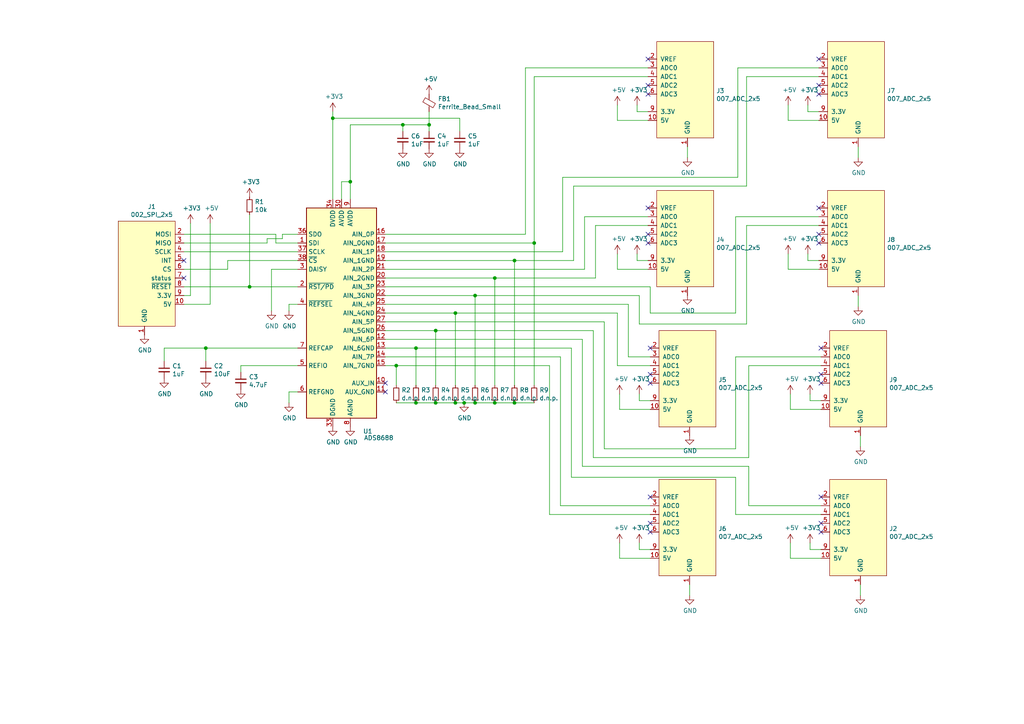
<source format=kicad_sch>
(kicad_sch (version 20211123) (generator eeschema)

  (uuid cef6f603-8a0b-4dd0-af99-ebfbef7d1b4b)

  (paper "A4")

  (lib_symbols
    (symbol "Analog_ADC:ADS8688" (in_bom yes) (on_board yes)
      (property "Reference" "U" (id 0) (at -8.89 31.75 0)
        (effects (font (size 1.27 1.27)))
      )
      (property "Value" "ADS8688" (id 1) (at 8.89 31.75 0)
        (effects (font (size 1.27 1.27)))
      )
      (property "Footprint" "Package_SO:TSSOP-38_4.4x9.7mm_P0.5mm" (id 2) (at 0 0 0)
        (effects (font (size 1.27 1.27)) hide)
      )
      (property "Datasheet" "http://www.ti.com/lit/ds/symlink/ads8688.pdf" (id 3) (at 24.13 33.02 0)
        (effects (font (size 1.27 1.27)) hide)
      )
      (property "ki_keywords" "adc analog digital spi bipolar input" (id 4) (at 0 0 0)
        (effects (font (size 1.27 1.27)) hide)
      )
      (property "ki_description" "16-Bit, 500-kSPS, 8-Channels, Single-Supply, SAR ADC with Bipolar Input Range, TSSOP-38" (id 5) (at 0 0 0)
        (effects (font (size 1.27 1.27)) hide)
      )
      (property "ki_fp_filters" "TSSOP*4.4x9.7mm*P0.5mm*" (id 6) (at 0 0 0)
        (effects (font (size 1.27 1.27)) hide)
      )
      (symbol "ADS8688_0_1"
        (rectangle (start -10.16 30.48) (end 10.16 -30.48)
          (stroke (width 0.254) (type default) (color 0 0 0 0))
          (fill (type background))
        )
      )
      (symbol "ADS8688_1_1"
        (pin input line (at 12.7 20.32 180) (length 2.54)
          (name "SDI" (effects (font (size 1.27 1.27))))
          (number "1" (effects (font (size 1.27 1.27))))
        )
        (pin input line (at -12.7 -20.32 0) (length 2.54)
          (name "AUX_IN" (effects (font (size 1.27 1.27))))
          (number "10" (effects (font (size 1.27 1.27))))
        )
        (pin input line (at -12.7 -22.86 0) (length 2.54)
          (name "AUX_GND" (effects (font (size 1.27 1.27))))
          (number "11" (effects (font (size 1.27 1.27))))
        )
        (pin input line (at -12.7 -7.62 0) (length 2.54)
          (name "AIN_6P" (effects (font (size 1.27 1.27))))
          (number "12" (effects (font (size 1.27 1.27))))
        )
        (pin input line (at -12.7 -10.16 0) (length 2.54)
          (name "AIN_6GND" (effects (font (size 1.27 1.27))))
          (number "13" (effects (font (size 1.27 1.27))))
        )
        (pin input line (at -12.7 -12.7 0) (length 2.54)
          (name "AIN_7P" (effects (font (size 1.27 1.27))))
          (number "14" (effects (font (size 1.27 1.27))))
        )
        (pin input line (at -12.7 -15.24 0) (length 2.54)
          (name "AIN_7GND" (effects (font (size 1.27 1.27))))
          (number "15" (effects (font (size 1.27 1.27))))
        )
        (pin input line (at -12.7 22.86 0) (length 2.54)
          (name "AIN_0P" (effects (font (size 1.27 1.27))))
          (number "16" (effects (font (size 1.27 1.27))))
        )
        (pin input line (at -12.7 20.32 0) (length 2.54)
          (name "AIN_0GND" (effects (font (size 1.27 1.27))))
          (number "17" (effects (font (size 1.27 1.27))))
        )
        (pin input line (at -12.7 17.78 0) (length 2.54)
          (name "AIN_1P" (effects (font (size 1.27 1.27))))
          (number "18" (effects (font (size 1.27 1.27))))
        )
        (pin input line (at -12.7 15.24 0) (length 2.54)
          (name "AIN_1GND" (effects (font (size 1.27 1.27))))
          (number "19" (effects (font (size 1.27 1.27))))
        )
        (pin input line (at 12.7 7.62 180) (length 2.54)
          (name "~{RST/PD}" (effects (font (size 1.27 1.27))))
          (number "2" (effects (font (size 1.27 1.27))))
        )
        (pin input line (at -12.7 10.16 0) (length 2.54)
          (name "AIN_2GND" (effects (font (size 1.27 1.27))))
          (number "20" (effects (font (size 1.27 1.27))))
        )
        (pin input line (at -12.7 12.7 0) (length 2.54)
          (name "AIN_2P" (effects (font (size 1.27 1.27))))
          (number "21" (effects (font (size 1.27 1.27))))
        )
        (pin input line (at -12.7 5.08 0) (length 2.54)
          (name "AIN_3GND" (effects (font (size 1.27 1.27))))
          (number "22" (effects (font (size 1.27 1.27))))
        )
        (pin input line (at -12.7 7.62 0) (length 2.54)
          (name "AIN_3P" (effects (font (size 1.27 1.27))))
          (number "23" (effects (font (size 1.27 1.27))))
        )
        (pin input line (at -12.7 0 0) (length 2.54)
          (name "AIN_4GND" (effects (font (size 1.27 1.27))))
          (number "24" (effects (font (size 1.27 1.27))))
        )
        (pin input line (at -12.7 2.54 0) (length 2.54)
          (name "AIN_4P" (effects (font (size 1.27 1.27))))
          (number "25" (effects (font (size 1.27 1.27))))
        )
        (pin input line (at -12.7 -5.08 0) (length 2.54)
          (name "AIN_5GND" (effects (font (size 1.27 1.27))))
          (number "26" (effects (font (size 1.27 1.27))))
        )
        (pin input line (at -12.7 -2.54 0) (length 2.54)
          (name "AIN_5P" (effects (font (size 1.27 1.27))))
          (number "27" (effects (font (size 1.27 1.27))))
        )
        (pin passive line (at -2.54 -33.02 90) (length 2.54) hide
          (name "AGND" (effects (font (size 1.27 1.27))))
          (number "28" (effects (font (size 1.27 1.27))))
        )
        (pin passive line (at -2.54 -33.02 90) (length 2.54) hide
          (name "AGND" (effects (font (size 1.27 1.27))))
          (number "29" (effects (font (size 1.27 1.27))))
        )
        (pin input line (at 12.7 12.7 180) (length 2.54)
          (name "DAISY" (effects (font (size 1.27 1.27))))
          (number "3" (effects (font (size 1.27 1.27))))
        )
        (pin power_in line (at 0 33.02 270) (length 2.54)
          (name "AVDD" (effects (font (size 1.27 1.27))))
          (number "30" (effects (font (size 1.27 1.27))))
        )
        (pin passive line (at -2.54 -33.02 90) (length 2.54) hide
          (name "AGND" (effects (font (size 1.27 1.27))))
          (number "31" (effects (font (size 1.27 1.27))))
        )
        (pin passive line (at -2.54 -33.02 90) (length 2.54) hide
          (name "AGND" (effects (font (size 1.27 1.27))))
          (number "32" (effects (font (size 1.27 1.27))))
        )
        (pin power_in line (at 2.54 -33.02 90) (length 2.54)
          (name "DGND" (effects (font (size 1.27 1.27))))
          (number "33" (effects (font (size 1.27 1.27))))
        )
        (pin power_in line (at 2.54 33.02 270) (length 2.54)
          (name "DVDD" (effects (font (size 1.27 1.27))))
          (number "34" (effects (font (size 1.27 1.27))))
        )
        (pin no_connect line (at 10.16 -5.08 180) (length 2.54) hide
          (name "DNC" (effects (font (size 1.27 1.27))))
          (number "35" (effects (font (size 1.27 1.27))))
        )
        (pin output line (at 12.7 22.86 180) (length 2.54)
          (name "SDO" (effects (font (size 1.27 1.27))))
          (number "36" (effects (font (size 1.27 1.27))))
        )
        (pin input line (at 12.7 17.78 180) (length 2.54)
          (name "SCLK" (effects (font (size 1.27 1.27))))
          (number "37" (effects (font (size 1.27 1.27))))
        )
        (pin input line (at 12.7 15.24 180) (length 2.54)
          (name "~{CS}" (effects (font (size 1.27 1.27))))
          (number "38" (effects (font (size 1.27 1.27))))
        )
        (pin input line (at 12.7 2.54 180) (length 2.54)
          (name "~{REFSEL}" (effects (font (size 1.27 1.27))))
          (number "4" (effects (font (size 1.27 1.27))))
        )
        (pin passive line (at 12.7 -15.24 180) (length 2.54)
          (name "REFIO" (effects (font (size 1.27 1.27))))
          (number "5" (effects (font (size 1.27 1.27))))
        )
        (pin power_in line (at 12.7 -22.86 180) (length 2.54)
          (name "REFGND" (effects (font (size 1.27 1.27))))
          (number "6" (effects (font (size 1.27 1.27))))
        )
        (pin passive line (at 12.7 -10.16 180) (length 2.54)
          (name "REFCAP" (effects (font (size 1.27 1.27))))
          (number "7" (effects (font (size 1.27 1.27))))
        )
        (pin power_in line (at -2.54 -33.02 90) (length 2.54)
          (name "AGND" (effects (font (size 1.27 1.27))))
          (number "8" (effects (font (size 1.27 1.27))))
        )
        (pin power_in line (at -2.54 33.02 270) (length 2.54)
          (name "AVDD" (effects (font (size 1.27 1.27))))
          (number "9" (effects (font (size 1.27 1.27))))
        )
      )
    )
    (symbol "Device:C_Small" (pin_numbers hide) (pin_names (offset 0.254) hide) (in_bom yes) (on_board yes)
      (property "Reference" "C" (id 0) (at 0.254 1.778 0)
        (effects (font (size 1.27 1.27)) (justify left))
      )
      (property "Value" "C_Small" (id 1) (at 0.254 -2.032 0)
        (effects (font (size 1.27 1.27)) (justify left))
      )
      (property "Footprint" "" (id 2) (at 0 0 0)
        (effects (font (size 1.27 1.27)) hide)
      )
      (property "Datasheet" "~" (id 3) (at 0 0 0)
        (effects (font (size 1.27 1.27)) hide)
      )
      (property "ki_keywords" "capacitor cap" (id 4) (at 0 0 0)
        (effects (font (size 1.27 1.27)) hide)
      )
      (property "ki_description" "Unpolarized capacitor, small symbol" (id 5) (at 0 0 0)
        (effects (font (size 1.27 1.27)) hide)
      )
      (property "ki_fp_filters" "C_*" (id 6) (at 0 0 0)
        (effects (font (size 1.27 1.27)) hide)
      )
      (symbol "C_Small_0_1"
        (polyline
          (pts
            (xy -1.524 -0.508)
            (xy 1.524 -0.508)
          )
          (stroke (width 0.3302) (type default) (color 0 0 0 0))
          (fill (type none))
        )
        (polyline
          (pts
            (xy -1.524 0.508)
            (xy 1.524 0.508)
          )
          (stroke (width 0.3048) (type default) (color 0 0 0 0))
          (fill (type none))
        )
      )
      (symbol "C_Small_1_1"
        (pin passive line (at 0 2.54 270) (length 2.032)
          (name "~" (effects (font (size 1.27 1.27))))
          (number "1" (effects (font (size 1.27 1.27))))
        )
        (pin passive line (at 0 -2.54 90) (length 2.032)
          (name "~" (effects (font (size 1.27 1.27))))
          (number "2" (effects (font (size 1.27 1.27))))
        )
      )
    )
    (symbol "Device:Ferrite_Bead_Small" (pin_numbers hide) (pin_names (offset 0)) (in_bom yes) (on_board yes)
      (property "Reference" "FB" (id 0) (at 1.905 1.27 0)
        (effects (font (size 1.27 1.27)) (justify left))
      )
      (property "Value" "Device_Ferrite_Bead_Small" (id 1) (at 1.905 -1.27 0)
        (effects (font (size 1.27 1.27)) (justify left))
      )
      (property "Footprint" "" (id 2) (at -1.778 0 90)
        (effects (font (size 1.27 1.27)) hide)
      )
      (property "Datasheet" "" (id 3) (at 0 0 0)
        (effects (font (size 1.27 1.27)) hide)
      )
      (property "ki_fp_filters" "Inductor_* L_* *Ferrite*" (id 4) (at 0 0 0)
        (effects (font (size 1.27 1.27)) hide)
      )
      (symbol "Ferrite_Bead_Small_0_1"
        (polyline
          (pts
            (xy 0 -1.27)
            (xy 0 -0.7874)
          )
          (stroke (width 0) (type default) (color 0 0 0 0))
          (fill (type none))
        )
        (polyline
          (pts
            (xy 0 0.889)
            (xy 0 1.2954)
          )
          (stroke (width 0) (type default) (color 0 0 0 0))
          (fill (type none))
        )
        (polyline
          (pts
            (xy -1.8288 0.2794)
            (xy -1.1176 1.4986)
            (xy 1.8288 -0.2032)
            (xy 1.1176 -1.4224)
            (xy -1.8288 0.2794)
          )
          (stroke (width 0) (type default) (color 0 0 0 0))
          (fill (type none))
        )
      )
      (symbol "Ferrite_Bead_Small_1_1"
        (pin passive line (at 0 2.54 270) (length 1.27)
          (name "~" (effects (font (size 1.27 1.27))))
          (number "1" (effects (font (size 1.27 1.27))))
        )
        (pin passive line (at 0 -2.54 90) (length 1.27)
          (name "~" (effects (font (size 1.27 1.27))))
          (number "2" (effects (font (size 1.27 1.27))))
        )
      )
    )
    (symbol "Device:R_Small" (pin_numbers hide) (pin_names (offset 0.254) hide) (in_bom yes) (on_board yes)
      (property "Reference" "R" (id 0) (at 0.762 0.508 0)
        (effects (font (size 1.27 1.27)) (justify left))
      )
      (property "Value" "R_Small" (id 1) (at 0.762 -1.016 0)
        (effects (font (size 1.27 1.27)) (justify left))
      )
      (property "Footprint" "" (id 2) (at 0 0 0)
        (effects (font (size 1.27 1.27)) hide)
      )
      (property "Datasheet" "~" (id 3) (at 0 0 0)
        (effects (font (size 1.27 1.27)) hide)
      )
      (property "ki_keywords" "R resistor" (id 4) (at 0 0 0)
        (effects (font (size 1.27 1.27)) hide)
      )
      (property "ki_description" "Resistor, small symbol" (id 5) (at 0 0 0)
        (effects (font (size 1.27 1.27)) hide)
      )
      (property "ki_fp_filters" "R_*" (id 6) (at 0 0 0)
        (effects (font (size 1.27 1.27)) hide)
      )
      (symbol "R_Small_0_1"
        (rectangle (start -0.762 1.778) (end 0.762 -1.778)
          (stroke (width 0.2032) (type default) (color 0 0 0 0))
          (fill (type none))
        )
      )
      (symbol "R_Small_1_1"
        (pin passive line (at 0 2.54 270) (length 0.762)
          (name "~" (effects (font (size 1.27 1.27))))
          (number "1" (effects (font (size 1.27 1.27))))
        )
        (pin passive line (at 0 -2.54 90) (length 0.762)
          (name "~" (effects (font (size 1.27 1.27))))
          (number "2" (effects (font (size 1.27 1.27))))
        )
      )
    )
    (symbol "power:+3.3V" (power) (pin_names (offset 0)) (in_bom yes) (on_board yes)
      (property "Reference" "#PWR" (id 0) (at 0 -3.81 0)
        (effects (font (size 1.27 1.27)) hide)
      )
      (property "Value" "+3.3V" (id 1) (at 0 3.556 0)
        (effects (font (size 1.27 1.27)))
      )
      (property "Footprint" "" (id 2) (at 0 0 0)
        (effects (font (size 1.27 1.27)) hide)
      )
      (property "Datasheet" "" (id 3) (at 0 0 0)
        (effects (font (size 1.27 1.27)) hide)
      )
      (property "ki_keywords" "power-flag" (id 4) (at 0 0 0)
        (effects (font (size 1.27 1.27)) hide)
      )
      (property "ki_description" "Power symbol creates a global label with name \"+3.3V\"" (id 5) (at 0 0 0)
        (effects (font (size 1.27 1.27)) hide)
      )
      (symbol "+3.3V_0_1"
        (polyline
          (pts
            (xy -0.762 1.27)
            (xy 0 2.54)
          )
          (stroke (width 0) (type default) (color 0 0 0 0))
          (fill (type none))
        )
        (polyline
          (pts
            (xy 0 0)
            (xy 0 2.54)
          )
          (stroke (width 0) (type default) (color 0 0 0 0))
          (fill (type none))
        )
        (polyline
          (pts
            (xy 0 2.54)
            (xy 0.762 1.27)
          )
          (stroke (width 0) (type default) (color 0 0 0 0))
          (fill (type none))
        )
      )
      (symbol "+3.3V_1_1"
        (pin power_in line (at 0 0 90) (length 0) hide
          (name "+3V3" (effects (font (size 1.27 1.27))))
          (number "1" (effects (font (size 1.27 1.27))))
        )
      )
    )
    (symbol "power:+5V" (power) (pin_names (offset 0)) (in_bom yes) (on_board yes)
      (property "Reference" "#PWR" (id 0) (at 0 -3.81 0)
        (effects (font (size 1.27 1.27)) hide)
      )
      (property "Value" "+5V" (id 1) (at 0 3.556 0)
        (effects (font (size 1.27 1.27)))
      )
      (property "Footprint" "" (id 2) (at 0 0 0)
        (effects (font (size 1.27 1.27)) hide)
      )
      (property "Datasheet" "" (id 3) (at 0 0 0)
        (effects (font (size 1.27 1.27)) hide)
      )
      (property "ki_keywords" "power-flag" (id 4) (at 0 0 0)
        (effects (font (size 1.27 1.27)) hide)
      )
      (property "ki_description" "Power symbol creates a global label with name \"+5V\"" (id 5) (at 0 0 0)
        (effects (font (size 1.27 1.27)) hide)
      )
      (symbol "+5V_0_1"
        (polyline
          (pts
            (xy -0.762 1.27)
            (xy 0 2.54)
          )
          (stroke (width 0) (type default) (color 0 0 0 0))
          (fill (type none))
        )
        (polyline
          (pts
            (xy 0 0)
            (xy 0 2.54)
          )
          (stroke (width 0) (type default) (color 0 0 0 0))
          (fill (type none))
        )
        (polyline
          (pts
            (xy 0 2.54)
            (xy 0.762 1.27)
          )
          (stroke (width 0) (type default) (color 0 0 0 0))
          (fill (type none))
        )
      )
      (symbol "+5V_1_1"
        (pin power_in line (at 0 0 90) (length 0) hide
          (name "+5V" (effects (font (size 1.27 1.27))))
          (number "1" (effects (font (size 1.27 1.27))))
        )
      )
    )
    (symbol "power:GND" (power) (pin_names (offset 0)) (in_bom yes) (on_board yes)
      (property "Reference" "#PWR" (id 0) (at 0 -6.35 0)
        (effects (font (size 1.27 1.27)) hide)
      )
      (property "Value" "GND" (id 1) (at 0 -3.81 0)
        (effects (font (size 1.27 1.27)))
      )
      (property "Footprint" "" (id 2) (at 0 0 0)
        (effects (font (size 1.27 1.27)) hide)
      )
      (property "Datasheet" "" (id 3) (at 0 0 0)
        (effects (font (size 1.27 1.27)) hide)
      )
      (property "ki_keywords" "power-flag" (id 4) (at 0 0 0)
        (effects (font (size 1.27 1.27)) hide)
      )
      (property "ki_description" "Power symbol creates a global label with name \"GND\" , ground" (id 5) (at 0 0 0)
        (effects (font (size 1.27 1.27)) hide)
      )
      (symbol "GND_0_1"
        (polyline
          (pts
            (xy 0 0)
            (xy 0 -1.27)
            (xy 1.27 -1.27)
            (xy 0 -2.54)
            (xy -1.27 -1.27)
            (xy 0 -1.27)
          )
          (stroke (width 0) (type default) (color 0 0 0 0))
          (fill (type none))
        )
      )
      (symbol "GND_1_1"
        (pin power_in line (at 0 0 270) (length 0) hide
          (name "GND" (effects (font (size 1.27 1.27))))
          (number "1" (effects (font (size 1.27 1.27))))
        )
      )
    )
    (symbol "put_on_edge:002_SPI" (pin_names (offset 1.016)) (in_bom yes) (on_board yes)
      (property "Reference" "J" (id 0) (at -2.54 13.97 0)
        (effects (font (size 1.27 1.27)))
      )
      (property "Value" "put_on_edge_002_SPI" (id 1) (at 8.89 13.97 0)
        (effects (font (size 1.27 1.27)))
      )
      (property "Footprint" "" (id 2) (at 7.62 16.51 0)
        (effects (font (size 1.27 1.27)) hide)
      )
      (property "Datasheet" "" (id 3) (at 7.62 16.51 0)
        (effects (font (size 1.27 1.27)) hide)
      )
      (symbol "002_SPI_0_1"
        (rectangle (start -8.89 12.7) (end 7.62 -17.78)
          (stroke (width 0) (type default) (color 0 0 0 0))
          (fill (type background))
        )
      )
      (symbol "002_SPI_1_1"
        (pin power_in line (at 0 -20.32 90) (length 2.54)
          (name "GND" (effects (font (size 1.27 1.27))))
          (number "1" (effects (font (size 1.27 1.27))))
        )
        (pin power_in line (at -11.43 -11.43 0) (length 2.54)
          (name "5V" (effects (font (size 1.27 1.27))))
          (number "10" (effects (font (size 1.27 1.27))))
        )
        (pin bidirectional line (at -11.43 8.89 0) (length 2.54)
          (name "MOSI" (effects (font (size 1.27 1.27))))
          (number "2" (effects (font (size 1.27 1.27))))
        )
        (pin bidirectional line (at -11.43 6.35 0) (length 2.54)
          (name "MISO" (effects (font (size 1.27 1.27))))
          (number "3" (effects (font (size 1.27 1.27))))
        )
        (pin bidirectional line (at -11.43 3.81 0) (length 2.54)
          (name "SCLK" (effects (font (size 1.27 1.27))))
          (number "4" (effects (font (size 1.27 1.27))))
        )
        (pin bidirectional line (at -11.43 1.27 0) (length 2.54)
          (name "INT" (effects (font (size 1.27 1.27))))
          (number "5" (effects (font (size 1.27 1.27))))
        )
        (pin bidirectional line (at -11.43 -1.27 0) (length 2.54)
          (name "CS" (effects (font (size 1.27 1.27))))
          (number "6" (effects (font (size 1.27 1.27))))
        )
        (pin bidirectional line (at -11.43 -3.81 0) (length 2.54)
          (name "status" (effects (font (size 1.27 1.27))))
          (number "7" (effects (font (size 1.27 1.27))))
        )
        (pin bidirectional line (at -11.43 -6.35 0) (length 2.54)
          (name "~{RESET}" (effects (font (size 1.27 1.27))))
          (number "8" (effects (font (size 1.27 1.27))))
        )
        (pin power_in line (at -11.43 -8.89 0) (length 2.54)
          (name "3.3V" (effects (font (size 1.27 1.27))))
          (number "9" (effects (font (size 1.27 1.27))))
        )
      )
    )
    (symbol "put_on_edge:007_ADC" (pin_names (offset 1.016)) (in_bom yes) (on_board yes)
      (property "Reference" "J" (id 0) (at -2.54 13.97 0)
        (effects (font (size 1.27 1.27)))
      )
      (property "Value" "put_on_edge_007_ADC" (id 1) (at 8.89 13.97 0)
        (effects (font (size 1.27 1.27)))
      )
      (property "Footprint" "" (id 2) (at 7.62 16.51 0)
        (effects (font (size 1.27 1.27)) hide)
      )
      (property "Datasheet" "" (id 3) (at 7.62 16.51 0)
        (effects (font (size 1.27 1.27)) hide)
      )
      (symbol "007_ADC_0_1"
        (rectangle (start -8.89 12.7) (end 7.62 -15.24)
          (stroke (width 0) (type default) (color 0 0 0 0))
          (fill (type background))
        )
      )
      (symbol "007_ADC_1_1"
        (pin power_in line (at 0 -17.78 90) (length 2.54)
          (name "GND" (effects (font (size 1.27 1.27))))
          (number "1" (effects (font (size 1.27 1.27))))
        )
        (pin bidirectional line (at -11.43 -10.16 0) (length 2.54)
          (name "5V" (effects (font (size 1.27 1.27))))
          (number "10" (effects (font (size 1.27 1.27))))
        )
        (pin bidirectional line (at -11.43 7.62 0) (length 2.54)
          (name "VREF" (effects (font (size 1.27 1.27))))
          (number "2" (effects (font (size 1.27 1.27))))
        )
        (pin power_in line (at -11.43 5.08 0) (length 2.54)
          (name "ADC0" (effects (font (size 1.27 1.27))))
          (number "3" (effects (font (size 1.27 1.27))))
        )
        (pin bidirectional line (at -11.43 2.54 0) (length 2.54)
          (name "ADC1" (effects (font (size 1.27 1.27))))
          (number "4" (effects (font (size 1.27 1.27))))
        )
        (pin bidirectional line (at -11.43 0 0) (length 2.54)
          (name "ADC2" (effects (font (size 1.27 1.27))))
          (number "5" (effects (font (size 1.27 1.27))))
        )
        (pin bidirectional line (at -11.43 -2.54 0) (length 2.54)
          (name "ADC3" (effects (font (size 1.27 1.27))))
          (number "6" (effects (font (size 1.27 1.27))))
        )
        (pin bidirectional line (at -11.43 -7.62 0) (length 2.54)
          (name "3.3V" (effects (font (size 1.27 1.27))))
          (number "9" (effects (font (size 1.27 1.27))))
        )
      )
    )
  )

  (junction (at 149.225 116.84) (diameter 0) (color 0 0 0 0)
    (uuid 16121028-bdf5-49c0-aae7-e28fe5bfa771)
  )
  (junction (at 149.225 75.565) (diameter 0) (color 0 0 0 0)
    (uuid 1fbb0219-551e-409b-a61b-76e8cebdfb9d)
  )
  (junction (at 124.46 36.195) (diameter 0) (color 0 0 0 0)
    (uuid 31e08896-1992-4725-96d9-9d2728bca7a3)
  )
  (junction (at 59.69 100.965) (diameter 0) (color 0 0 0 0)
    (uuid 3dcc657b-55a1-48e0-9667-e01e7b6b08b5)
  )
  (junction (at 126.365 95.885) (diameter 0) (color 0 0 0 0)
    (uuid 45884597-7014-4461-83ee-9975c42b9a53)
  )
  (junction (at 101.6 52.705) (diameter 0) (color 0 0 0 0)
    (uuid 4a21e717-d46d-4d9e-8b98-af4ecb02d3ec)
  )
  (junction (at 143.51 116.84) (diameter 0) (color 0 0 0 0)
    (uuid 4db55cb8-197b-4402-871f-ce582b65664b)
  )
  (junction (at 154.94 70.485) (diameter 0) (color 0 0 0 0)
    (uuid 54212c01-b363-47b8-a145-45c40df316f4)
  )
  (junction (at 96.52 34.29) (diameter 0) (color 0 0 0 0)
    (uuid 7599133e-c681-4202-85d9-c20dac196c64)
  )
  (junction (at 132.08 116.84) (diameter 0) (color 0 0 0 0)
    (uuid 9186dae5-6dc3-4744-9f90-e697559c6ac8)
  )
  (junction (at 114.935 106.045) (diameter 0) (color 0 0 0 0)
    (uuid 97fe2a5c-4eee-4c7a-9c43-47749b396494)
  )
  (junction (at 126.365 116.84) (diameter 0) (color 0 0 0 0)
    (uuid a24ce0e2-fdd3-4e6a-b754-5dee9713dd27)
  )
  (junction (at 132.08 90.805) (diameter 0) (color 0 0 0 0)
    (uuid b0271cdd-de22-4bf4-8f55-fc137cfbd4ec)
  )
  (junction (at 120.65 100.965) (diameter 0) (color 0 0 0 0)
    (uuid c3c499b1-9227-4e4b-9982-f9f1aa6203b9)
  )
  (junction (at 120.65 116.84) (diameter 0) (color 0 0 0 0)
    (uuid c8fd9dd3-06ad-4146-9239-0065013959ef)
  )
  (junction (at 72.39 83.185) (diameter 0) (color 0 0 0 0)
    (uuid d3c11c8f-a73d-4211-934b-a6da255728ad)
  )
  (junction (at 116.84 36.195) (diameter 0) (color 0 0 0 0)
    (uuid d3d7e298-1d39-4294-a3ab-c84cc0dc5e5a)
  )
  (junction (at 137.795 85.725) (diameter 0) (color 0 0 0 0)
    (uuid d4c9471f-7503-4339-928c-d1abae1eede6)
  )
  (junction (at 143.51 80.645) (diameter 0) (color 0 0 0 0)
    (uuid e4e20505-1208-4100-a4aa-676f50844c06)
  )
  (junction (at 137.795 116.84) (diameter 0) (color 0 0 0 0)
    (uuid fa918b6d-f6cf-4471-be3b-4ff713f55a2e)
  )
  (junction (at 134.62 116.84) (diameter 0) (color 0 0 0 0)
    (uuid fea7c5d1-76d6-41a0-b5e3-29889dbb8ce0)
  )

  (no_connect (at 188.595 108.585) (uuid 099096e4-8c2a-4d84-a16f-06b4b6330e7a))
  (no_connect (at 188.595 154.305) (uuid 0c3dceba-7c95-4b3d-b590-0eb581444beb))
  (no_connect (at 237.49 60.325) (uuid 101ef598-601d-400e-9ef6-d655fbb1dbfa))
  (no_connect (at 238.125 100.965) (uuid 182b2d54-931d-49d6-9f39-60a752623e36))
  (no_connect (at 187.96 70.485) (uuid 309b3bff-19c8-41ec-a84d-63399c649f46))
  (no_connect (at 111.76 111.125) (uuid 34cdc1c9-c9e2-44c4-9677-c1c7d7efd83d))
  (no_connect (at 187.96 60.325) (uuid 382ca670-6ae8-4de6-90f9-f241d1337171))
  (no_connect (at 238.125 154.305) (uuid 4c8eb964-bdf4-44de-90e9-e2ab82dd5313))
  (no_connect (at 237.49 24.765) (uuid 592f25e6-a01b-47fd-8172-3da01117d00a))
  (no_connect (at 238.125 144.145) (uuid 6a45789b-3855-401f-8139-3c734f7f52f9))
  (no_connect (at 187.96 27.305) (uuid 70fb572d-d5ec-41e7-9482-63d4578b4f47))
  (no_connect (at 237.49 17.145) (uuid 721d1be9-236e-470b-ba69-f1cc6c43faf9))
  (no_connect (at 238.125 111.125) (uuid 7cee474b-af8f-4832-b07a-c43c1ab0b464))
  (no_connect (at 188.595 111.125) (uuid 87d7448e-e139-4209-ae0b-372f805267da))
  (no_connect (at 187.96 17.145) (uuid 8bc2c25a-a1f1-4ce8-b96a-a4f8f4c35079))
  (no_connect (at 53.34 75.565) (uuid 8da933a9-35f8-42e6-8504-d1bab7264306))
  (no_connect (at 238.125 151.765) (uuid 94a873dc-af67-4ef9-8159-1f7c93eeb3d7))
  (no_connect (at 53.34 80.645) (uuid 983c426c-24e0-4c65-ab69-1f1824adc5c6))
  (no_connect (at 238.125 108.585) (uuid 9cb12cc8-7f1a-4a01-9256-c119f11a8a02))
  (no_connect (at 188.595 151.765) (uuid abe07c9a-17c3-43b5-b7a6-ae867ac27ea7))
  (no_connect (at 187.96 67.945) (uuid bd9595a1-04f3-4fda-8f1b-e65ad874edd3))
  (no_connect (at 111.76 113.665) (uuid c49d23ab-146d-4089-864f-2d22b5b414b9))
  (no_connect (at 237.49 27.305) (uuid cb614b23-9af3-4aec-bed8-c1374e001510))
  (no_connect (at 237.49 70.485) (uuid d9c6d5d2-0b49-49ba-a970-cd2c32f74c54))
  (no_connect (at 237.49 67.945) (uuid e1535036-5d36-405f-bb86-3819621c4f23))
  (no_connect (at 187.96 24.765) (uuid eae0ab9f-65b2-44d3-aba7-873c3227fba7))
  (no_connect (at 188.595 144.145) (uuid ec31c074-17b2-48e1-ab01-071acad3fa04))
  (no_connect (at 188.595 100.965) (uuid f40d350f-0d3e-4f8a-b004-d950f2f8f1ba))

  (wire (pts (xy 159.385 106.045) (xy 159.385 149.225))
    (stroke (width 0) (type default) (color 0 0 0 0))
    (uuid 026ac84e-b8b2-4dd2-b675-8323c24fd778)
  )
  (wire (pts (xy 229.235 118.745) (xy 238.125 118.745))
    (stroke (width 0) (type default) (color 0 0 0 0))
    (uuid 0351df45-d042-41d4-ba35-88092c7be2fc)
  )
  (wire (pts (xy 216.535 93.98) (xy 185.42 93.98))
    (stroke (width 0) (type default) (color 0 0 0 0))
    (uuid 03c7f780-fc1b-487a-b30d-567d6c09fdc8)
  )
  (wire (pts (xy 101.6 36.195) (xy 116.84 36.195))
    (stroke (width 0) (type default) (color 0 0 0 0))
    (uuid 03caada9-9e22-4e2d-9035-b15433dfbb17)
  )
  (wire (pts (xy 228.6 30.48) (xy 228.6 34.925))
    (stroke (width 0) (type default) (color 0 0 0 0))
    (uuid 071522c0-d0ed-49b9-906e-6295f67fb0dc)
  )
  (wire (pts (xy 101.6 36.195) (xy 101.6 52.705))
    (stroke (width 0) (type default) (color 0 0 0 0))
    (uuid 0755aee5-bc01-4cb5-b830-583289df50a3)
  )
  (wire (pts (xy 132.08 90.805) (xy 179.07 90.805))
    (stroke (width 0) (type default) (color 0 0 0 0))
    (uuid 076046ab-4b56-4060-b8d9-0d80806d0277)
  )
  (wire (pts (xy 83.82 88.265) (xy 86.36 88.265))
    (stroke (width 0) (type default) (color 0 0 0 0))
    (uuid 088f77ba-fca9-42b3-876e-a6937267f957)
  )
  (wire (pts (xy 111.76 90.805) (xy 132.08 90.805))
    (stroke (width 0) (type default) (color 0 0 0 0))
    (uuid 0ae82096-0994-4fb0-9a2a-d4ac4804abac)
  )
  (wire (pts (xy 133.35 38.1) (xy 133.35 34.29))
    (stroke (width 0) (type default) (color 0 0 0 0))
    (uuid 0b21a65d-d20b-411e-920a-75c343ac5136)
  )
  (wire (pts (xy 111.76 106.045) (xy 114.935 106.045))
    (stroke (width 0) (type default) (color 0 0 0 0))
    (uuid 0bcafe80-ffba-4f1e-ae51-95a595b006db)
  )
  (wire (pts (xy 169.545 78.105) (xy 169.545 62.865))
    (stroke (width 0) (type default) (color 0 0 0 0))
    (uuid 0cc45b5b-96b3-4284-9cae-a3a9e324a916)
  )
  (wire (pts (xy 188.595 103.505) (xy 182.245 103.505))
    (stroke (width 0) (type default) (color 0 0 0 0))
    (uuid 0e1ed1c5-7428-4dc7-b76e-49b2d5f8177d)
  )
  (wire (pts (xy 154.94 70.485) (xy 154.94 22.225))
    (stroke (width 0) (type default) (color 0 0 0 0))
    (uuid 0f31f11f-c374-4640-b9a4-07bbdba8d354)
  )
  (wire (pts (xy 175.26 130.175) (xy 213.36 130.175))
    (stroke (width 0) (type default) (color 0 0 0 0))
    (uuid 0f324b67-75ef-407f-8dbc-3c1fc5c2abba)
  )
  (wire (pts (xy 182.245 88.265) (xy 182.245 103.505))
    (stroke (width 0) (type default) (color 0 0 0 0))
    (uuid 0fdc6f30-77bc-4e9b-8665-c8aa9acf5bf9)
  )
  (wire (pts (xy 99.06 57.785) (xy 99.06 52.705))
    (stroke (width 0) (type default) (color 0 0 0 0))
    (uuid 0ff508fd-18da-4ab7-9844-3c8a28c2587e)
  )
  (wire (pts (xy 111.76 75.565) (xy 149.225 75.565))
    (stroke (width 0) (type default) (color 0 0 0 0))
    (uuid 109caac1-5036-4f23-9a66-f569d871501b)
  )
  (wire (pts (xy 137.795 111.76) (xy 137.795 85.725))
    (stroke (width 0) (type default) (color 0 0 0 0))
    (uuid 1171ce37-6ad7-4662-bb68-5592c945ebf3)
  )
  (wire (pts (xy 80.01 67.945) (xy 80.01 70.485))
    (stroke (width 0) (type default) (color 0 0 0 0))
    (uuid 12422a89-3d0c-485c-9386-f77121fd68fd)
  )
  (wire (pts (xy 59.69 100.965) (xy 59.69 104.775))
    (stroke (width 0) (type default) (color 0 0 0 0))
    (uuid 1860e030-7a36-4298-b7fc-a16d48ab15ba)
  )
  (wire (pts (xy 111.76 70.485) (xy 154.94 70.485))
    (stroke (width 0) (type default) (color 0 0 0 0))
    (uuid 18b7e157-ae67-48ad-bd7c-9fef6fe45b22)
  )
  (wire (pts (xy 132.08 111.76) (xy 132.08 90.805))
    (stroke (width 0) (type default) (color 0 0 0 0))
    (uuid 196a8dd5-5fd6-4c7f-ae4a-0104bd82e61b)
  )
  (wire (pts (xy 213.995 19.685) (xy 237.49 19.685))
    (stroke (width 0) (type default) (color 0 0 0 0))
    (uuid 19b0959e-a79b-43b2-a5ad-525ced7e9131)
  )
  (wire (pts (xy 77.47 69.215) (xy 77.47 70.485))
    (stroke (width 0) (type default) (color 0 0 0 0))
    (uuid 1a6d2848-e78e-49fe-8978-e1890f07836f)
  )
  (wire (pts (xy 213.36 130.175) (xy 213.36 103.505))
    (stroke (width 0) (type default) (color 0 0 0 0))
    (uuid 1c68b844-c861-46b7-b734-0242168a4220)
  )
  (wire (pts (xy 96.52 34.29) (xy 133.35 34.29))
    (stroke (width 0) (type default) (color 0 0 0 0))
    (uuid 1f3003e6-dce5-420f-906b-3f1e92b67249)
  )
  (wire (pts (xy 172.72 65.405) (xy 187.96 65.405))
    (stroke (width 0) (type default) (color 0 0 0 0))
    (uuid 1f8b2c0c-b042-4e2e-80f6-4959a27b238f)
  )
  (wire (pts (xy 217.17 146.685) (xy 217.17 135.255))
    (stroke (width 0) (type default) (color 0 0 0 0))
    (uuid 224768bc-6009-43ba-aa4a-70cbaa15b5a3)
  )
  (wire (pts (xy 234.95 114.3) (xy 234.95 116.205))
    (stroke (width 0) (type default) (color 0 0 0 0))
    (uuid 240e5dac-6242-47a5-bbef-f76d11c715c0)
  )
  (wire (pts (xy 126.365 111.76) (xy 126.365 95.885))
    (stroke (width 0) (type default) (color 0 0 0 0))
    (uuid 2454fd1b-3484-4838-8b7e-d26357238fe1)
  )
  (wire (pts (xy 86.36 75.565) (xy 66.04 75.565))
    (stroke (width 0) (type default) (color 0 0 0 0))
    (uuid 24f7628d-681d-4f0e-8409-40a129e929d9)
  )
  (wire (pts (xy 184.785 73.66) (xy 184.785 75.565))
    (stroke (width 0) (type default) (color 0 0 0 0))
    (uuid 262f1ea9-0133-4b43-be36-456207ea857c)
  )
  (wire (pts (xy 228.6 34.925) (xy 237.49 34.925))
    (stroke (width 0) (type default) (color 0 0 0 0))
    (uuid 2846428d-39de-4eae-8ce2-64955d56c493)
  )
  (wire (pts (xy 228.6 78.105) (xy 237.49 78.105))
    (stroke (width 0) (type default) (color 0 0 0 0))
    (uuid 29e058a7-50a3-43e5-81c3-bfee53da08be)
  )
  (wire (pts (xy 80.01 67.945) (xy 53.34 67.945))
    (stroke (width 0) (type default) (color 0 0 0 0))
    (uuid 2f215f15-3d52-4c91-93e6-3ea03a95622f)
  )
  (wire (pts (xy 166.37 75.565) (xy 166.37 53.975))
    (stroke (width 0) (type default) (color 0 0 0 0))
    (uuid 31540a7e-dc9e-4e4d-96b1-dab15efa5f4b)
  )
  (wire (pts (xy 165.735 100.965) (xy 120.65 100.965))
    (stroke (width 0) (type default) (color 0 0 0 0))
    (uuid 34d03349-6d78-4165-a683-2d8b76f2bae8)
  )
  (wire (pts (xy 99.06 52.705) (xy 101.6 52.705))
    (stroke (width 0) (type default) (color 0 0 0 0))
    (uuid 378af8b4-af3d-46e7-89ae-deff12ca9067)
  )
  (wire (pts (xy 162.56 146.685) (xy 162.56 103.505))
    (stroke (width 0) (type default) (color 0 0 0 0))
    (uuid 37b6c6d6-3e12-4736-912a-ea6e2bf06721)
  )
  (wire (pts (xy 53.34 83.185) (xy 72.39 83.185))
    (stroke (width 0) (type default) (color 0 0 0 0))
    (uuid 3a7648d8-121a-4921-9b92-9b35b76ce39b)
  )
  (wire (pts (xy 66.04 75.565) (xy 66.04 78.105))
    (stroke (width 0) (type default) (color 0 0 0 0))
    (uuid 3e903008-0276-4a73-8edb-5d9dfde6297c)
  )
  (wire (pts (xy 126.365 116.84) (xy 120.65 116.84))
    (stroke (width 0) (type default) (color 0 0 0 0))
    (uuid 3f43d730-2a73-49fe-9672-32428e7f5b49)
  )
  (wire (pts (xy 228.6 73.66) (xy 228.6 78.105))
    (stroke (width 0) (type default) (color 0 0 0 0))
    (uuid 3fd54105-4b7e-4004-9801-76ec66108a22)
  )
  (wire (pts (xy 86.36 106.045) (xy 69.85 106.045))
    (stroke (width 0) (type default) (color 0 0 0 0))
    (uuid 40165eda-4ba6-4565-9bb4-b9df6dbb08da)
  )
  (wire (pts (xy 111.76 88.265) (xy 182.245 88.265))
    (stroke (width 0) (type default) (color 0 0 0 0))
    (uuid 4107d40a-e5df-4255-aacc-13f9928e090c)
  )
  (wire (pts (xy 137.795 85.725) (xy 111.76 85.725))
    (stroke (width 0) (type default) (color 0 0 0 0))
    (uuid 43707e99-bdd7-4b02-9974-540ed6c2b0aa)
  )
  (wire (pts (xy 81.915 67.945) (xy 81.915 69.215))
    (stroke (width 0) (type default) (color 0 0 0 0))
    (uuid 45008225-f50f-4d6b-b508-6730a9408caf)
  )
  (wire (pts (xy 69.85 107.95) (xy 69.85 106.045))
    (stroke (width 0) (type default) (color 0 0 0 0))
    (uuid 46918595-4a45-48e8-84c0-961b4db7f35f)
  )
  (wire (pts (xy 111.76 80.645) (xy 143.51 80.645))
    (stroke (width 0) (type default) (color 0 0 0 0))
    (uuid 4a850cb6-bb24-4274-a902-e49f34f0a0e3)
  )
  (wire (pts (xy 213.36 103.505) (xy 238.125 103.505))
    (stroke (width 0) (type default) (color 0 0 0 0))
    (uuid 4b03e854-02fe-44cc-bece-f8268b7cae54)
  )
  (wire (pts (xy 200.025 169.545) (xy 200.025 172.72))
    (stroke (width 0) (type default) (color 0 0 0 0))
    (uuid 4f66b314-0f62-4fb6-8c3c-f9c6a75cd3ec)
  )
  (wire (pts (xy 234.315 30.48) (xy 234.315 32.385))
    (stroke (width 0) (type default) (color 0 0 0 0))
    (uuid 4fa10683-33cd-4dcd-8acc-2415cd63c62a)
  )
  (wire (pts (xy 96.52 34.29) (xy 96.52 57.785))
    (stroke (width 0) (type default) (color 0 0 0 0))
    (uuid 4fb21471-41be-4be8-9687-66030f97befc)
  )
  (wire (pts (xy 217.17 106.045) (xy 238.125 106.045))
    (stroke (width 0) (type default) (color 0 0 0 0))
    (uuid 5114c7bf-b955-49f3-a0a8-4b954c81bde0)
  )
  (wire (pts (xy 60.96 64.77) (xy 60.96 88.265))
    (stroke (width 0) (type default) (color 0 0 0 0))
    (uuid 5cbb5968-dbb5-4b84-864a-ead1cacf75b9)
  )
  (wire (pts (xy 234.315 73.66) (xy 234.315 75.565))
    (stroke (width 0) (type default) (color 0 0 0 0))
    (uuid 5cf2db29-f7ab-499a-9907-cdeba64bf0f3)
  )
  (wire (pts (xy 216.535 22.225) (xy 237.49 22.225))
    (stroke (width 0) (type default) (color 0 0 0 0))
    (uuid 5edcefbe-9766-42c8-9529-28d0ec865573)
  )
  (wire (pts (xy 152.4 19.685) (xy 187.96 19.685))
    (stroke (width 0) (type default) (color 0 0 0 0))
    (uuid 5fc9acb6-6dbb-4598-825b-4b9e7c4c67c4)
  )
  (wire (pts (xy 72.39 83.185) (xy 86.36 83.185))
    (stroke (width 0) (type default) (color 0 0 0 0))
    (uuid 639c0e59-e95c-4114-bccd-2e7277505454)
  )
  (wire (pts (xy 234.95 159.385) (xy 238.125 159.385))
    (stroke (width 0) (type default) (color 0 0 0 0))
    (uuid 6441b183-b8f2-458f-a23d-60e2b1f66dd6)
  )
  (wire (pts (xy 53.34 73.025) (xy 86.36 73.025))
    (stroke (width 0) (type default) (color 0 0 0 0))
    (uuid 6475547d-3216-45a4-a15c-48314f1dd0f9)
  )
  (wire (pts (xy 179.705 114.3) (xy 179.705 118.745))
    (stroke (width 0) (type default) (color 0 0 0 0))
    (uuid 65134029-dbd2-409a-85a8-13c2a33ff019)
  )
  (wire (pts (xy 248.92 42.545) (xy 248.92 45.72))
    (stroke (width 0) (type default) (color 0 0 0 0))
    (uuid 658dad07-97fd-466c-8b49-21892ac96ea4)
  )
  (wire (pts (xy 53.34 88.265) (xy 60.96 88.265))
    (stroke (width 0) (type default) (color 0 0 0 0))
    (uuid 666713b0-70f4-42df-8761-f65bc212d03b)
  )
  (wire (pts (xy 59.69 100.965) (xy 86.36 100.965))
    (stroke (width 0) (type default) (color 0 0 0 0))
    (uuid 67f6e996-3c99-493c-8f6f-e739e2ed5d7a)
  )
  (wire (pts (xy 169.545 62.865) (xy 187.96 62.865))
    (stroke (width 0) (type default) (color 0 0 0 0))
    (uuid 6b7c1048-12b6-46b2-b762-fa3ad30472dd)
  )
  (wire (pts (xy 114.935 111.76) (xy 114.935 106.045))
    (stroke (width 0) (type default) (color 0 0 0 0))
    (uuid 6bd115d6-07e0-45db-8f2e-3cbb0429104f)
  )
  (wire (pts (xy 124.46 36.195) (xy 124.46 38.1))
    (stroke (width 0) (type default) (color 0 0 0 0))
    (uuid 6c9b793c-e74d-4754-a2c0-901e73b26f1c)
  )
  (wire (pts (xy 184.785 30.48) (xy 184.785 32.385))
    (stroke (width 0) (type default) (color 0 0 0 0))
    (uuid 6d1d60ff-408a-47a7-892f-c5cf9ef6ca75)
  )
  (wire (pts (xy 116.84 38.1) (xy 116.84 36.195))
    (stroke (width 0) (type default) (color 0 0 0 0))
    (uuid 6d26d68f-1ca7-4ff3-b058-272f1c399047)
  )
  (wire (pts (xy 249.555 126.365) (xy 249.555 129.54))
    (stroke (width 0) (type default) (color 0 0 0 0))
    (uuid 6ec113ca-7d27-4b14-a180-1e5e2fd1c167)
  )
  (wire (pts (xy 111.76 83.185) (xy 188.595 83.185))
    (stroke (width 0) (type default) (color 0 0 0 0))
    (uuid 700e8b73-5976-423f-a3f3-ab3d9f3e9760)
  )
  (wire (pts (xy 116.84 36.195) (xy 124.46 36.195))
    (stroke (width 0) (type default) (color 0 0 0 0))
    (uuid 70e15522-1572-4451-9c0d-6d36ac70d8c6)
  )
  (wire (pts (xy 172.085 132.715) (xy 172.085 95.885))
    (stroke (width 0) (type default) (color 0 0 0 0))
    (uuid 752417ee-7d0b-4ac8-a22c-26669881a2ab)
  )
  (wire (pts (xy 53.34 78.105) (xy 66.04 78.105))
    (stroke (width 0) (type default) (color 0 0 0 0))
    (uuid 75ffc65c-7132-4411-9f2a-ae0c73d79338)
  )
  (wire (pts (xy 143.51 80.645) (xy 172.72 80.645))
    (stroke (width 0) (type default) (color 0 0 0 0))
    (uuid 79770cd5-32d7-429a-8248-0d9e6212231a)
  )
  (wire (pts (xy 188.595 90.805) (xy 213.36 90.805))
    (stroke (width 0) (type default) (color 0 0 0 0))
    (uuid 79e31048-072a-4a40-a625-26bb0b5f046b)
  )
  (wire (pts (xy 149.225 75.565) (xy 166.37 75.565))
    (stroke (width 0) (type default) (color 0 0 0 0))
    (uuid 7bfba61b-6752-4a45-9ee6-5984dcb15041)
  )
  (wire (pts (xy 163.195 51.435) (xy 213.995 51.435))
    (stroke (width 0) (type default) (color 0 0 0 0))
    (uuid 7c04618d-9115-4179-b234-a8faf854ea92)
  )
  (wire (pts (xy 53.34 70.485) (xy 77.47 70.485))
    (stroke (width 0) (type default) (color 0 0 0 0))
    (uuid 7d34f6b1-ab31-49be-b011-c67fe67a8a56)
  )
  (wire (pts (xy 53.34 85.725) (xy 55.245 85.725))
    (stroke (width 0) (type default) (color 0 0 0 0))
    (uuid 7dc880bc-e7eb-4cce-8d8c-0b65a9dd788e)
  )
  (wire (pts (xy 179.705 118.745) (xy 188.595 118.745))
    (stroke (width 0) (type default) (color 0 0 0 0))
    (uuid 7f2301df-e4bc-479e-a681-cc59c9a2dbbb)
  )
  (wire (pts (xy 185.42 116.205) (xy 188.595 116.205))
    (stroke (width 0) (type default) (color 0 0 0 0))
    (uuid 7f52d787-caa3-4a92-b1b2-19d554dc29a4)
  )
  (wire (pts (xy 229.235 157.48) (xy 229.235 161.925))
    (stroke (width 0) (type default) (color 0 0 0 0))
    (uuid 80094b70-85ab-4ff6-934b-60d5ee65023a)
  )
  (wire (pts (xy 179.07 106.045) (xy 188.595 106.045))
    (stroke (width 0) (type default) (color 0 0 0 0))
    (uuid 8195a7cf-4576-44dd-9e0e-ee048fdb93dd)
  )
  (wire (pts (xy 162.56 103.505) (xy 111.76 103.505))
    (stroke (width 0) (type default) (color 0 0 0 0))
    (uuid 86dc7a78-7d51-4111-9eea-8a8f7977eb16)
  )
  (wire (pts (xy 199.39 42.545) (xy 199.39 45.72))
    (stroke (width 0) (type default) (color 0 0 0 0))
    (uuid 88668202-3f0b-4d07-84d4-dcd790f57272)
  )
  (wire (pts (xy 213.36 149.225) (xy 213.36 138.43))
    (stroke (width 0) (type default) (color 0 0 0 0))
    (uuid 88d2c4b8-79f2-4e8b-9f70-b7e0ed9c70f8)
  )
  (wire (pts (xy 168.91 98.425) (xy 111.76 98.425))
    (stroke (width 0) (type default) (color 0 0 0 0))
    (uuid 89c0bc4d-eee5-4a77-ac35-d30b35db5cbe)
  )
  (wire (pts (xy 179.07 73.66) (xy 179.07 78.105))
    (stroke (width 0) (type default) (color 0 0 0 0))
    (uuid 89e83c2e-e90a-4a50-b278-880bac0cfb49)
  )
  (wire (pts (xy 166.37 53.975) (xy 216.535 53.975))
    (stroke (width 0) (type default) (color 0 0 0 0))
    (uuid 8c1605f9-6c91-4701-96bf-e753661d5e23)
  )
  (wire (pts (xy 86.36 67.945) (xy 81.915 67.945))
    (stroke (width 0) (type default) (color 0 0 0 0))
    (uuid 8c6a821f-8e19-48f3-8f44-9b340f7689bc)
  )
  (wire (pts (xy 101.6 57.785) (xy 101.6 52.705))
    (stroke (width 0) (type default) (color 0 0 0 0))
    (uuid 8ca3e20d-bcc7-4c5e-9deb-562dfed9fecb)
  )
  (wire (pts (xy 80.01 70.485) (xy 86.36 70.485))
    (stroke (width 0) (type default) (color 0 0 0 0))
    (uuid 8e06ba1f-e3ba-4eb9-a10e-887dffd566d6)
  )
  (wire (pts (xy 134.62 116.84) (xy 132.08 116.84))
    (stroke (width 0) (type default) (color 0 0 0 0))
    (uuid 9031bb33-c6aa-4758-bf5c-3274ed3ebab7)
  )
  (wire (pts (xy 55.245 85.725) (xy 55.245 64.77))
    (stroke (width 0) (type default) (color 0 0 0 0))
    (uuid 9157f4ae-0244-4ff1-9f73-3cb4cbb5f280)
  )
  (wire (pts (xy 78.74 78.105) (xy 86.36 78.105))
    (stroke (width 0) (type default) (color 0 0 0 0))
    (uuid 917920ab-0c6e-4927-974d-ef342cdd4f63)
  )
  (wire (pts (xy 179.07 30.48) (xy 179.07 34.925))
    (stroke (width 0) (type default) (color 0 0 0 0))
    (uuid 970e0f64-111f-41e3-9f5a-fb0d0f6fa101)
  )
  (wire (pts (xy 120.65 116.84) (xy 114.935 116.84))
    (stroke (width 0) (type default) (color 0 0 0 0))
    (uuid 98b00c9d-9188-4bce-aa70-92d12dd9cf82)
  )
  (wire (pts (xy 149.225 111.76) (xy 149.225 75.565))
    (stroke (width 0) (type default) (color 0 0 0 0))
    (uuid 99332785-d9f1-4363-9377-26ddc18e6d2c)
  )
  (wire (pts (xy 154.94 22.225) (xy 187.96 22.225))
    (stroke (width 0) (type default) (color 0 0 0 0))
    (uuid 998b7fa5-31a5-472e-9572-49d5226d6098)
  )
  (wire (pts (xy 154.94 111.76) (xy 154.94 70.485))
    (stroke (width 0) (type default) (color 0 0 0 0))
    (uuid 99dfa524-0366-4808-b4e8-328fc38e8656)
  )
  (wire (pts (xy 137.795 116.84) (xy 134.62 116.84))
    (stroke (width 0) (type default) (color 0 0 0 0))
    (uuid 9aedbb9e-8340-4899-b813-05b23382a36b)
  )
  (wire (pts (xy 248.92 85.725) (xy 248.92 88.9))
    (stroke (width 0) (type default) (color 0 0 0 0))
    (uuid 9b3c58a7-a9b9-4498-abc0-f9f43e4f0292)
  )
  (wire (pts (xy 234.315 32.385) (xy 237.49 32.385))
    (stroke (width 0) (type default) (color 0 0 0 0))
    (uuid 9cbf35b8-f4d3-42a3-bb16-04ffd03fd8fd)
  )
  (wire (pts (xy 172.085 95.885) (xy 126.365 95.885))
    (stroke (width 0) (type default) (color 0 0 0 0))
    (uuid 9f80220c-1612-4589-b9ca-a5579617bdb8)
  )
  (wire (pts (xy 72.39 62.23) (xy 72.39 83.185))
    (stroke (width 0) (type default) (color 0 0 0 0))
    (uuid a15a7506-eae4-4933-84da-9ad754258706)
  )
  (wire (pts (xy 185.42 157.48) (xy 185.42 159.385))
    (stroke (width 0) (type default) (color 0 0 0 0))
    (uuid a17904b9-135e-4dae-ae20-401c7787de72)
  )
  (wire (pts (xy 152.4 67.945) (xy 152.4 19.685))
    (stroke (width 0) (type default) (color 0 0 0 0))
    (uuid a53767ed-bb28-4f90-abe0-e0ea734812a4)
  )
  (wire (pts (xy 81.915 69.215) (xy 77.47 69.215))
    (stroke (width 0) (type default) (color 0 0 0 0))
    (uuid a544eb0a-75db-4baf-bf54-9ca21744343b)
  )
  (wire (pts (xy 179.07 78.105) (xy 187.96 78.105))
    (stroke (width 0) (type default) (color 0 0 0 0))
    (uuid a5e521b9-814e-4853-a5ac-f158785c6269)
  )
  (wire (pts (xy 213.36 138.43) (xy 165.735 138.43))
    (stroke (width 0) (type default) (color 0 0 0 0))
    (uuid a7531a95-7ca1-4f34-955e-18120cec99e6)
  )
  (wire (pts (xy 185.42 114.3) (xy 185.42 116.205))
    (stroke (width 0) (type default) (color 0 0 0 0))
    (uuid a8447faf-e0a0-4c4a-ae53-4d4b28669151)
  )
  (wire (pts (xy 234.95 116.205) (xy 238.125 116.205))
    (stroke (width 0) (type default) (color 0 0 0 0))
    (uuid aa2ea573-3f20-43c1-aa99-1f9c6031a9aa)
  )
  (wire (pts (xy 83.82 113.665) (xy 86.36 113.665))
    (stroke (width 0) (type default) (color 0 0 0 0))
    (uuid aca4de92-9c41-4c2b-9afa-540d02dafa1c)
  )
  (wire (pts (xy 120.65 100.965) (xy 111.76 100.965))
    (stroke (width 0) (type default) (color 0 0 0 0))
    (uuid ae77c3c8-1144-468e-ad5b-a0b4090735bd)
  )
  (wire (pts (xy 154.94 116.84) (xy 149.225 116.84))
    (stroke (width 0) (type default) (color 0 0 0 0))
    (uuid afd38b10-2eca-4abe-aed1-a96fb07ffdbe)
  )
  (wire (pts (xy 188.595 83.185) (xy 188.595 90.805))
    (stroke (width 0) (type default) (color 0 0 0 0))
    (uuid b4300db7-1220-431a-b7c3-2edbdf8fa6fc)
  )
  (wire (pts (xy 217.17 106.045) (xy 217.17 132.715))
    (stroke (width 0) (type default) (color 0 0 0 0))
    (uuid b5071759-a4d7-4769-be02-251f23cd4454)
  )
  (wire (pts (xy 179.07 34.925) (xy 187.96 34.925))
    (stroke (width 0) (type default) (color 0 0 0 0))
    (uuid b6135480-ace6-42b2-9c47-856ef57cded1)
  )
  (wire (pts (xy 47.625 104.775) (xy 47.625 100.965))
    (stroke (width 0) (type default) (color 0 0 0 0))
    (uuid b6270a28-e0d9-4655-a18a-03dbf007b940)
  )
  (wire (pts (xy 216.535 65.405) (xy 216.535 93.98))
    (stroke (width 0) (type default) (color 0 0 0 0))
    (uuid b873bc5d-a9af-4bd9-afcb-87ce4d417120)
  )
  (wire (pts (xy 185.42 85.725) (xy 137.795 85.725))
    (stroke (width 0) (type default) (color 0 0 0 0))
    (uuid b9bb0e73-161a-4d06-b6eb-a9f66d8a95f5)
  )
  (wire (pts (xy 213.36 149.225) (xy 238.125 149.225))
    (stroke (width 0) (type default) (color 0 0 0 0))
    (uuid bb4b1afc-c46e-451d-8dad-36b7dec82f26)
  )
  (wire (pts (xy 234.95 157.48) (xy 234.95 159.385))
    (stroke (width 0) (type default) (color 0 0 0 0))
    (uuid bfc0aadc-38cf-466e-a642-68fdc3138c78)
  )
  (wire (pts (xy 185.42 93.98) (xy 185.42 85.725))
    (stroke (width 0) (type default) (color 0 0 0 0))
    (uuid c04386e0-b49e-4fff-b380-675af13a62cb)
  )
  (wire (pts (xy 184.785 75.565) (xy 187.96 75.565))
    (stroke (width 0) (type default) (color 0 0 0 0))
    (uuid c1c799a0-3c93-493a-9ad7-8a0561bc69ee)
  )
  (wire (pts (xy 126.365 95.885) (xy 111.76 95.885))
    (stroke (width 0) (type default) (color 0 0 0 0))
    (uuid c514e30c-e48e-4ca5-ab44-8b3afedef1f2)
  )
  (wire (pts (xy 213.36 90.805) (xy 213.36 62.865))
    (stroke (width 0) (type default) (color 0 0 0 0))
    (uuid c76d4423-ef1b-4a6f-8176-33d65f2877bb)
  )
  (wire (pts (xy 216.535 65.405) (xy 237.49 65.405))
    (stroke (width 0) (type default) (color 0 0 0 0))
    (uuid c8029a4c-945d-42ca-871a-dd73ff50a1a3)
  )
  (wire (pts (xy 217.17 132.715) (xy 172.085 132.715))
    (stroke (width 0) (type default) (color 0 0 0 0))
    (uuid cada57e2-1fa7-4b9d-a2a0-2218773d5c50)
  )
  (wire (pts (xy 179.705 161.925) (xy 188.595 161.925))
    (stroke (width 0) (type default) (color 0 0 0 0))
    (uuid cdfb07af-801b-44ba-8c30-d021a6ad3039)
  )
  (wire (pts (xy 114.935 106.045) (xy 159.385 106.045))
    (stroke (width 0) (type default) (color 0 0 0 0))
    (uuid ce72ea62-9343-4a4f-81bf-8ac601f5d005)
  )
  (wire (pts (xy 149.225 116.84) (xy 143.51 116.84))
    (stroke (width 0) (type default) (color 0 0 0 0))
    (uuid d0a0deb1-4f0f-4ede-b730-2c6d67cb9618)
  )
  (wire (pts (xy 168.91 135.255) (xy 168.91 98.425))
    (stroke (width 0) (type default) (color 0 0 0 0))
    (uuid d21cc5e4-177a-4e1d-a8d5-060ed33e5b8e)
  )
  (wire (pts (xy 175.26 93.345) (xy 175.26 130.175))
    (stroke (width 0) (type default) (color 0 0 0 0))
    (uuid d2d7bea6-0c22-495f-8666-323b30e03150)
  )
  (wire (pts (xy 229.235 161.925) (xy 238.125 161.925))
    (stroke (width 0) (type default) (color 0 0 0 0))
    (uuid d4a1d3c4-b315-4bec-9220-d12a9eab51e0)
  )
  (wire (pts (xy 78.74 90.17) (xy 78.74 78.105))
    (stroke (width 0) (type default) (color 0 0 0 0))
    (uuid d69a5fdf-de15-4ec9-94f6-f9ee2f4b69fa)
  )
  (wire (pts (xy 83.82 116.84) (xy 83.82 113.665))
    (stroke (width 0) (type default) (color 0 0 0 0))
    (uuid d7269d2a-b8c0-422d-8f25-f79ea31bf75e)
  )
  (wire (pts (xy 159.385 149.225) (xy 188.595 149.225))
    (stroke (width 0) (type default) (color 0 0 0 0))
    (uuid da25bf79-0abb-4fac-a221-ca5c574dfc29)
  )
  (wire (pts (xy 96.52 32.385) (xy 96.52 34.29))
    (stroke (width 0) (type default) (color 0 0 0 0))
    (uuid dde51ae5-b215-445e-92bb-4a12ec410531)
  )
  (wire (pts (xy 179.07 90.805) (xy 179.07 106.045))
    (stroke (width 0) (type default) (color 0 0 0 0))
    (uuid e0f06b5c-de63-4833-a591-ca9e19217a35)
  )
  (wire (pts (xy 124.46 32.385) (xy 124.46 36.195))
    (stroke (width 0) (type default) (color 0 0 0 0))
    (uuid e10b5627-3247-4c86-b9f6-ef474ca11543)
  )
  (wire (pts (xy 143.51 111.76) (xy 143.51 80.645))
    (stroke (width 0) (type default) (color 0 0 0 0))
    (uuid e17e6c0e-7e5b-43f0-ad48-0a2760b45b04)
  )
  (wire (pts (xy 217.17 146.685) (xy 238.125 146.685))
    (stroke (width 0) (type default) (color 0 0 0 0))
    (uuid e1c30a32-820e-4b17-aec9-5cb8b76f0ccc)
  )
  (wire (pts (xy 162.56 146.685) (xy 188.595 146.685))
    (stroke (width 0) (type default) (color 0 0 0 0))
    (uuid e32ee344-1030-4498-9cac-bfbf7540faf4)
  )
  (wire (pts (xy 229.235 114.3) (xy 229.235 118.745))
    (stroke (width 0) (type default) (color 0 0 0 0))
    (uuid e472dac4-5b65-4920-b8b2-6065d140a69d)
  )
  (wire (pts (xy 184.785 32.385) (xy 187.96 32.385))
    (stroke (width 0) (type default) (color 0 0 0 0))
    (uuid e4aa537c-eb9d-4dbb-ac87-fae46af42391)
  )
  (wire (pts (xy 111.76 73.025) (xy 163.195 73.025))
    (stroke (width 0) (type default) (color 0 0 0 0))
    (uuid e4d2f565-25a0-48c6-be59-f4bf31ad2558)
  )
  (wire (pts (xy 163.195 73.025) (xy 163.195 51.435))
    (stroke (width 0) (type default) (color 0 0 0 0))
    (uuid e502d1d5-04b0-4d4b-b5c3-8c52d09668e7)
  )
  (wire (pts (xy 172.72 80.645) (xy 172.72 65.405))
    (stroke (width 0) (type default) (color 0 0 0 0))
    (uuid e5203297-b913-4288-a576-12a92185cb52)
  )
  (wire (pts (xy 213.995 51.435) (xy 213.995 19.685))
    (stroke (width 0) (type default) (color 0 0 0 0))
    (uuid e67b9f8c-019b-4145-98a4-96545f6bb128)
  )
  (wire (pts (xy 179.705 157.48) (xy 179.705 161.925))
    (stroke (width 0) (type default) (color 0 0 0 0))
    (uuid e6b860cc-cb76-4220-acfb-68f1eb348bfa)
  )
  (wire (pts (xy 111.76 93.345) (xy 175.26 93.345))
    (stroke (width 0) (type default) (color 0 0 0 0))
    (uuid e7bb7815-0d52-4bb8-b29a-8cf960bd2905)
  )
  (wire (pts (xy 143.51 116.84) (xy 137.795 116.84))
    (stroke (width 0) (type default) (color 0 0 0 0))
    (uuid e97b5984-9f0f-43a4-9b8a-838eef4cceb2)
  )
  (wire (pts (xy 216.535 53.975) (xy 216.535 22.225))
    (stroke (width 0) (type default) (color 0 0 0 0))
    (uuid f1447ad6-651c-45be-a2d6-33bddf672c2c)
  )
  (wire (pts (xy 132.08 116.84) (xy 126.365 116.84))
    (stroke (width 0) (type default) (color 0 0 0 0))
    (uuid f1a9fb80-4cc4-410f-9616-e19c969dcab5)
  )
  (wire (pts (xy 185.42 159.385) (xy 188.595 159.385))
    (stroke (width 0) (type default) (color 0 0 0 0))
    (uuid f202141e-c20d-4cac-b016-06a44f2ecce8)
  )
  (wire (pts (xy 47.625 100.965) (xy 59.69 100.965))
    (stroke (width 0) (type default) (color 0 0 0 0))
    (uuid f3490fa5-5a27-423b-af60-53609669542c)
  )
  (wire (pts (xy 83.82 90.17) (xy 83.82 88.265))
    (stroke (width 0) (type default) (color 0 0 0 0))
    (uuid f66398f1-1ae7-4d4d-939f-958c174c6bce)
  )
  (wire (pts (xy 111.76 78.105) (xy 169.545 78.105))
    (stroke (width 0) (type default) (color 0 0 0 0))
    (uuid f6c644f4-3036-41a6-9e14-2c08c079c6cd)
  )
  (wire (pts (xy 213.36 62.865) (xy 237.49 62.865))
    (stroke (width 0) (type default) (color 0 0 0 0))
    (uuid f7667b23-296e-4362-a7e3-949632c8954b)
  )
  (wire (pts (xy 165.735 138.43) (xy 165.735 100.965))
    (stroke (width 0) (type default) (color 0 0 0 0))
    (uuid f8fc38ec-0b98-40bc-ae2f-e5cc29973bca)
  )
  (wire (pts (xy 111.76 67.945) (xy 152.4 67.945))
    (stroke (width 0) (type default) (color 0 0 0 0))
    (uuid f9403623-c00c-4b71-bc5c-d763ff009386)
  )
  (wire (pts (xy 120.65 111.76) (xy 120.65 100.965))
    (stroke (width 0) (type default) (color 0 0 0 0))
    (uuid fb30f9bb-6a0b-4d8a-82b0-266eab794bc6)
  )
  (wire (pts (xy 249.555 169.545) (xy 249.555 172.72))
    (stroke (width 0) (type default) (color 0 0 0 0))
    (uuid fd470e95-4861-44fe-b1e4-6d8a7c66e144)
  )
  (wire (pts (xy 234.315 75.565) (xy 237.49 75.565))
    (stroke (width 0) (type default) (color 0 0 0 0))
    (uuid feb26ecb-9193-46ea-a41b-d09305bf0a3e)
  )
  (wire (pts (xy 217.17 135.255) (xy 168.91 135.255))
    (stroke (width 0) (type default) (color 0 0 0 0))
    (uuid fef37e8b-0ff0-4da2-8a57-acaf19551d1a)
  )

  (symbol (lib_id "Device:C_Small") (at 59.69 107.315 0) (unit 1)
    (in_bom yes) (on_board yes)
    (uuid 00000000-0000-0000-0000-000060335a70)
    (property "Reference" "C2" (id 0) (at 62.0268 106.1466 0)
      (effects (font (size 1.27 1.27)) (justify left))
    )
    (property "Value" "10uF" (id 1) (at 62.0268 108.458 0)
      (effects (font (size 1.27 1.27)) (justify left))
    )
    (property "Footprint" "Capacitor_SMD:C_0603_1608Metric" (id 2) (at 59.69 107.315 0)
      (effects (font (size 1.27 1.27)) hide)
    )
    (property "Datasheet" "~" (id 3) (at 59.69 107.315 0)
      (effects (font (size 1.27 1.27)) hide)
    )
    (pin "1" (uuid 6984ff1a-d50c-4d44-a774-955acf71d01f))
    (pin "2" (uuid 20a309ab-1298-4d57-a321-657802c2f8c3))
  )

  (symbol (lib_id "Device:C_Small") (at 47.625 107.315 0) (unit 1)
    (in_bom yes) (on_board yes)
    (uuid 00000000-0000-0000-0000-000060336aff)
    (property "Reference" "C1" (id 0) (at 49.9618 106.1466 0)
      (effects (font (size 1.27 1.27)) (justify left))
    )
    (property "Value" "1uF" (id 1) (at 49.9618 108.458 0)
      (effects (font (size 1.27 1.27)) (justify left))
    )
    (property "Footprint" "Capacitor_SMD:C_0603_1608Metric" (id 2) (at 47.625 107.315 0)
      (effects (font (size 1.27 1.27)) hide)
    )
    (property "Datasheet" "~" (id 3) (at 47.625 107.315 0)
      (effects (font (size 1.27 1.27)) hide)
    )
    (pin "1" (uuid 4cbe2a39-bca4-4293-85ad-15c3b3f27304))
    (pin "2" (uuid cda71a0e-078e-4a01-ba88-eaa51a724914))
  )

  (symbol (lib_id "Device:C_Small") (at 69.85 110.49 0) (unit 1)
    (in_bom yes) (on_board yes)
    (uuid 00000000-0000-0000-0000-000060338ade)
    (property "Reference" "C3" (id 0) (at 72.1868 109.3216 0)
      (effects (font (size 1.27 1.27)) (justify left))
    )
    (property "Value" "4.7uF" (id 1) (at 72.1868 111.633 0)
      (effects (font (size 1.27 1.27)) (justify left))
    )
    (property "Footprint" "Capacitor_SMD:C_0603_1608Metric" (id 2) (at 69.85 110.49 0)
      (effects (font (size 1.27 1.27)) hide)
    )
    (property "Datasheet" "~" (id 3) (at 69.85 110.49 0)
      (effects (font (size 1.27 1.27)) hide)
    )
    (pin "1" (uuid 98575fcf-dd41-41d6-986f-9cff389259f3))
    (pin "2" (uuid b0802cdf-af6e-4f0c-bb3c-0f54413071d6))
  )

  (symbol (lib_id "put_on_edge:002_SPI") (at 41.91 76.835 0) (mirror y) (unit 1)
    (in_bom yes) (on_board yes)
    (uuid 00000000-0000-0000-0000-00006033e642)
    (property "Reference" "J1" (id 0) (at 44.0182 59.944 0))
    (property "Value" "002_SPI_2x5" (id 1) (at 44.0182 62.2554 0))
    (property "Footprint" "on_edge:on_edge_2x05_device" (id 2) (at 34.29 60.325 0)
      (effects (font (size 1.27 1.27)) hide)
    )
    (property "Datasheet" "" (id 3) (at 34.29 60.325 0)
      (effects (font (size 1.27 1.27)) hide)
    )
    (pin "1" (uuid bc132226-2fe2-4c28-9c67-482abb7babf7))
    (pin "10" (uuid 7339aa59-f53d-4cf4-9ac4-fcb3af848197))
    (pin "2" (uuid 214d0301-8c75-4921-a6d6-1627e2251a27))
    (pin "3" (uuid bdb6ecf3-536d-4e64-9a43-14febf0e5322))
    (pin "4" (uuid 0a7b755c-9edc-4661-b36a-37544743e4e7))
    (pin "5" (uuid 150d429e-0fc4-4330-ad63-4e82c6aa373c))
    (pin "6" (uuid a9b37091-59cd-4f01-b838-1ee88c6a1377))
    (pin "7" (uuid 891e32a9-2f82-4682-ab2f-45c996aabef4))
    (pin "8" (uuid 752e6645-4cfa-43fa-92ab-a82e723fd29a))
    (pin "9" (uuid 98114dd6-51d5-4e8c-8d1f-980c260d3f8d))
  )

  (symbol (lib_id "power:+5V") (at 60.96 64.77 0) (unit 1)
    (in_bom yes) (on_board yes)
    (uuid 00000000-0000-0000-0000-000060344b94)
    (property "Reference" "#PWR0101" (id 0) (at 60.96 68.58 0)
      (effects (font (size 1.27 1.27)) hide)
    )
    (property "Value" "+5V" (id 1) (at 61.341 60.3758 0))
    (property "Footprint" "" (id 2) (at 60.96 64.77 0)
      (effects (font (size 1.27 1.27)) hide)
    )
    (property "Datasheet" "" (id 3) (at 60.96 64.77 0)
      (effects (font (size 1.27 1.27)) hide)
    )
    (pin "1" (uuid 2d2f9f7d-9764-40cf-a453-54a13a06e69d))
  )

  (symbol (lib_id "power:+5V") (at 124.46 27.305 0) (unit 1)
    (in_bom yes) (on_board yes)
    (uuid 00000000-0000-0000-0000-0000603458ca)
    (property "Reference" "#PWR0102" (id 0) (at 124.46 31.115 0)
      (effects (font (size 1.27 1.27)) hide)
    )
    (property "Value" "+5V" (id 1) (at 124.841 22.9108 0))
    (property "Footprint" "" (id 2) (at 124.46 27.305 0)
      (effects (font (size 1.27 1.27)) hide)
    )
    (property "Datasheet" "" (id 3) (at 124.46 27.305 0)
      (effects (font (size 1.27 1.27)) hide)
    )
    (pin "1" (uuid f7f029a4-573d-4fdf-8762-3e7a48db66cc))
  )

  (symbol (lib_id "power:GND") (at 41.91 97.155 0) (unit 1)
    (in_bom yes) (on_board yes)
    (uuid 00000000-0000-0000-0000-00006034628a)
    (property "Reference" "#PWR0103" (id 0) (at 41.91 103.505 0)
      (effects (font (size 1.27 1.27)) hide)
    )
    (property "Value" "GND" (id 1) (at 42.037 101.5492 0))
    (property "Footprint" "" (id 2) (at 41.91 97.155 0)
      (effects (font (size 1.27 1.27)) hide)
    )
    (property "Datasheet" "" (id 3) (at 41.91 97.155 0)
      (effects (font (size 1.27 1.27)) hide)
    )
    (pin "1" (uuid cb10a2d8-c851-4d7a-bc52-8b99e376d1af))
  )

  (symbol (lib_id "power:GND") (at 69.85 113.03 0) (unit 1)
    (in_bom yes) (on_board yes)
    (uuid 00000000-0000-0000-0000-0000603473aa)
    (property "Reference" "#PWR0107" (id 0) (at 69.85 119.38 0)
      (effects (font (size 1.27 1.27)) hide)
    )
    (property "Value" "GND" (id 1) (at 69.977 117.4242 0))
    (property "Footprint" "" (id 2) (at 69.85 113.03 0)
      (effects (font (size 1.27 1.27)) hide)
    )
    (property "Datasheet" "" (id 3) (at 69.85 113.03 0)
      (effects (font (size 1.27 1.27)) hide)
    )
    (pin "1" (uuid 652a3986-c2c2-4660-b8a2-20a71a3bf81d))
  )

  (symbol (lib_id "power:GND") (at 59.69 109.855 0) (unit 1)
    (in_bom yes) (on_board yes)
    (uuid 00000000-0000-0000-0000-0000603478ad)
    (property "Reference" "#PWR0108" (id 0) (at 59.69 116.205 0)
      (effects (font (size 1.27 1.27)) hide)
    )
    (property "Value" "GND" (id 1) (at 59.817 114.2492 0))
    (property "Footprint" "" (id 2) (at 59.69 109.855 0)
      (effects (font (size 1.27 1.27)) hide)
    )
    (property "Datasheet" "" (id 3) (at 59.69 109.855 0)
      (effects (font (size 1.27 1.27)) hide)
    )
    (pin "1" (uuid a3dd03ca-6f39-457e-aecc-c37d6743caf6))
  )

  (symbol (lib_id "power:GND") (at 47.625 109.855 0) (unit 1)
    (in_bom yes) (on_board yes)
    (uuid 00000000-0000-0000-0000-000060347cb1)
    (property "Reference" "#PWR0109" (id 0) (at 47.625 116.205 0)
      (effects (font (size 1.27 1.27)) hide)
    )
    (property "Value" "GND" (id 1) (at 47.752 114.2492 0))
    (property "Footprint" "" (id 2) (at 47.625 109.855 0)
      (effects (font (size 1.27 1.27)) hide)
    )
    (property "Datasheet" "" (id 3) (at 47.625 109.855 0)
      (effects (font (size 1.27 1.27)) hide)
    )
    (pin "1" (uuid aa8d2f8d-5f9a-4547-9401-1ce8b9aa0b5e))
  )

  (symbol (lib_id "Device:C_Small") (at 124.46 40.64 0) (unit 1)
    (in_bom yes) (on_board yes)
    (uuid 00000000-0000-0000-0000-00006034a12e)
    (property "Reference" "C4" (id 0) (at 126.7968 39.4716 0)
      (effects (font (size 1.27 1.27)) (justify left))
    )
    (property "Value" "1uF" (id 1) (at 126.7968 41.783 0)
      (effects (font (size 1.27 1.27)) (justify left))
    )
    (property "Footprint" "Capacitor_SMD:C_0603_1608Metric" (id 2) (at 124.46 40.64 0)
      (effects (font (size 1.27 1.27)) hide)
    )
    (property "Datasheet" "~" (id 3) (at 124.46 40.64 0)
      (effects (font (size 1.27 1.27)) hide)
    )
    (pin "1" (uuid fa04002d-f93d-4686-9017-aa8b66517b3c))
    (pin "2" (uuid c3e3f1e4-4d2e-4d26-ab3a-b98c4351cdcf))
  )

  (symbol (lib_id "power:GND") (at 124.46 43.18 0) (unit 1)
    (in_bom yes) (on_board yes)
    (uuid 00000000-0000-0000-0000-00006034a134)
    (property "Reference" "#PWR0110" (id 0) (at 124.46 49.53 0)
      (effects (font (size 1.27 1.27)) hide)
    )
    (property "Value" "GND" (id 1) (at 124.587 47.5742 0))
    (property "Footprint" "" (id 2) (at 124.46 43.18 0)
      (effects (font (size 1.27 1.27)) hide)
    )
    (property "Datasheet" "" (id 3) (at 124.46 43.18 0)
      (effects (font (size 1.27 1.27)) hide)
    )
    (pin "1" (uuid e221acce-fe2f-4ce7-8405-28a3ae09c893))
  )

  (symbol (lib_id "put_on_edge:007_ADC") (at 249.555 151.765 0) (unit 1)
    (in_bom yes) (on_board yes)
    (uuid 00000000-0000-0000-0000-00006034a82d)
    (property "Reference" "J2" (id 0) (at 257.8862 153.3398 0)
      (effects (font (size 1.27 1.27)) (justify left))
    )
    (property "Value" "007_ADC_2x5" (id 1) (at 257.8862 155.6512 0)
      (effects (font (size 1.27 1.27)) (justify left))
    )
    (property "Footprint" "on_edge:on_edge_2x05_host" (id 2) (at 257.175 135.255 0)
      (effects (font (size 1.27 1.27)) hide)
    )
    (property "Datasheet" "" (id 3) (at 257.175 135.255 0)
      (effects (font (size 1.27 1.27)) hide)
    )
    (pin "1" (uuid 0b554465-cee0-4999-8e47-2d412a5279f9))
    (pin "10" (uuid b751f66b-8282-4d96-8453-9eab362b42cb))
    (pin "2" (uuid 0b224eec-ce12-43d9-99c0-c82d6a751fd4))
    (pin "3" (uuid ff91ede5-11cd-4f24-a9f8-87af3a7d6e5c))
    (pin "4" (uuid a28c9eb8-76be-4700-bcb7-29643278b7a1))
    (pin "5" (uuid feb0ffd2-6264-4806-aa14-859f8c65084e))
    (pin "6" (uuid fefde1d4-475d-4630-a58f-b7150f3343f3))
    (pin "9" (uuid ebc3a006-d82b-402f-8fde-bd02566fd911))
  )

  (symbol (lib_id "power:+3.3V") (at 55.245 64.77 0) (unit 1)
    (in_bom yes) (on_board yes)
    (uuid 00000000-0000-0000-0000-00006034d46a)
    (property "Reference" "#PWR0114" (id 0) (at 55.245 68.58 0)
      (effects (font (size 1.27 1.27)) hide)
    )
    (property "Value" "+3.3V" (id 1) (at 55.626 60.3758 0))
    (property "Footprint" "" (id 2) (at 55.245 64.77 0)
      (effects (font (size 1.27 1.27)) hide)
    )
    (property "Datasheet" "" (id 3) (at 55.245 64.77 0)
      (effects (font (size 1.27 1.27)) hide)
    )
    (pin "1" (uuid 895bc083-0c84-42ec-a4d8-2083613e69b0))
  )

  (symbol (lib_id "power:GND") (at 249.555 172.72 0) (unit 1)
    (in_bom yes) (on_board yes)
    (uuid 00000000-0000-0000-0000-00006034e58c)
    (property "Reference" "#PWR0112" (id 0) (at 249.555 179.07 0)
      (effects (font (size 1.27 1.27)) hide)
    )
    (property "Value" "GND" (id 1) (at 249.682 177.1142 0))
    (property "Footprint" "" (id 2) (at 249.555 172.72 0)
      (effects (font (size 1.27 1.27)) hide)
    )
    (property "Datasheet" "" (id 3) (at 249.555 172.72 0)
      (effects (font (size 1.27 1.27)) hide)
    )
    (pin "1" (uuid c0aaa70c-2395-4a81-b073-0153c71920cd))
  )

  (symbol (lib_id "power:+5V") (at 229.235 157.48 0) (unit 1)
    (in_bom yes) (on_board yes)
    (uuid 00000000-0000-0000-0000-00006034f961)
    (property "Reference" "#PWR0115" (id 0) (at 229.235 161.29 0)
      (effects (font (size 1.27 1.27)) hide)
    )
    (property "Value" "+5V" (id 1) (at 229.616 153.0858 0))
    (property "Footprint" "" (id 2) (at 229.235 157.48 0)
      (effects (font (size 1.27 1.27)) hide)
    )
    (property "Datasheet" "" (id 3) (at 229.235 157.48 0)
      (effects (font (size 1.27 1.27)) hide)
    )
    (pin "1" (uuid f0612031-1700-490d-8e46-cd2d5b5ac996))
  )

  (symbol (lib_id "power:+3.3V") (at 234.95 157.48 0) (unit 1)
    (in_bom yes) (on_board yes)
    (uuid 00000000-0000-0000-0000-00006034f967)
    (property "Reference" "#PWR0116" (id 0) (at 234.95 161.29 0)
      (effects (font (size 1.27 1.27)) hide)
    )
    (property "Value" "+3.3V" (id 1) (at 235.331 153.0858 0))
    (property "Footprint" "" (id 2) (at 234.95 157.48 0)
      (effects (font (size 1.27 1.27)) hide)
    )
    (property "Datasheet" "" (id 3) (at 234.95 157.48 0)
      (effects (font (size 1.27 1.27)) hide)
    )
    (pin "1" (uuid 64d3f452-0ae8-4b49-bac3-fb6028452288))
  )

  (symbol (lib_id "Device:C_Small") (at 133.35 40.64 0) (unit 1)
    (in_bom yes) (on_board yes)
    (uuid 00000000-0000-0000-0000-00006035858b)
    (property "Reference" "C5" (id 0) (at 135.6868 39.4716 0)
      (effects (font (size 1.27 1.27)) (justify left))
    )
    (property "Value" "1uF" (id 1) (at 135.6868 41.783 0)
      (effects (font (size 1.27 1.27)) (justify left))
    )
    (property "Footprint" "Capacitor_SMD:C_0603_1608Metric" (id 2) (at 133.35 40.64 0)
      (effects (font (size 1.27 1.27)) hide)
    )
    (property "Datasheet" "~" (id 3) (at 133.35 40.64 0)
      (effects (font (size 1.27 1.27)) hide)
    )
    (pin "1" (uuid 271a687d-6e40-45ad-a78d-7ba93ae31c78))
    (pin "2" (uuid 7ad537cf-dda4-4a2f-9bde-b5257107fc81))
  )

  (symbol (lib_id "power:GND") (at 133.35 43.18 0) (unit 1)
    (in_bom yes) (on_board yes)
    (uuid 00000000-0000-0000-0000-000060358591)
    (property "Reference" "#PWR0113" (id 0) (at 133.35 49.53 0)
      (effects (font (size 1.27 1.27)) hide)
    )
    (property "Value" "GND" (id 1) (at 133.477 47.5742 0))
    (property "Footprint" "" (id 2) (at 133.35 43.18 0)
      (effects (font (size 1.27 1.27)) hide)
    )
    (property "Datasheet" "" (id 3) (at 133.35 43.18 0)
      (effects (font (size 1.27 1.27)) hide)
    )
    (pin "1" (uuid 95e5f64e-c38a-42e7-9de6-c3a91a6dc2e5))
  )

  (symbol (lib_id "Device:Ferrite_Bead_Small") (at 124.46 29.845 0) (unit 1)
    (in_bom yes) (on_board yes)
    (uuid 00000000-0000-0000-0000-0000607a183c)
    (property "Reference" "FB1" (id 0) (at 127 28.6766 0)
      (effects (font (size 1.27 1.27)) (justify left))
    )
    (property "Value" "Ferrite_Bead_Small" (id 1) (at 127 30.988 0)
      (effects (font (size 1.27 1.27)) (justify left))
    )
    (property "Footprint" "Inductor_SMD:L_0603_1608Metric" (id 2) (at 122.682 29.845 90)
      (effects (font (size 1.27 1.27)) hide)
    )
    (property "Datasheet" "~" (id 3) (at 124.46 29.845 0)
      (effects (font (size 1.27 1.27)) hide)
    )
    (pin "1" (uuid 0e9135c0-b4e1-4178-a116-e80ca62d2183))
    (pin "2" (uuid d48ee283-ea46-44fd-a2af-d72c5ac504c5))
  )

  (symbol (lib_id "power:+3.3V") (at 96.52 32.385 0) (unit 1)
    (in_bom yes) (on_board yes)
    (uuid 00000000-0000-0000-0000-0000607a9415)
    (property "Reference" "#PWR0117" (id 0) (at 96.52 36.195 0)
      (effects (font (size 1.27 1.27)) hide)
    )
    (property "Value" "+3.3V" (id 1) (at 96.901 27.9908 0))
    (property "Footprint" "" (id 2) (at 96.52 32.385 0)
      (effects (font (size 1.27 1.27)) hide)
    )
    (property "Datasheet" "" (id 3) (at 96.52 32.385 0)
      (effects (font (size 1.27 1.27)) hide)
    )
    (pin "1" (uuid 285e2ade-7710-471a-999f-78b00f01f469))
  )

  (symbol (lib_id "Device:R_Small") (at 72.39 59.69 0) (unit 1)
    (in_bom yes) (on_board yes)
    (uuid 00000000-0000-0000-0000-0000607b017c)
    (property "Reference" "R1" (id 0) (at 73.8886 58.5216 0)
      (effects (font (size 1.27 1.27)) (justify left))
    )
    (property "Value" "10k" (id 1) (at 73.8886 60.833 0)
      (effects (font (size 1.27 1.27)) (justify left))
    )
    (property "Footprint" "Resistor_SMD:R_0603_1608Metric" (id 2) (at 72.39 59.69 0)
      (effects (font (size 1.27 1.27)) hide)
    )
    (property "Datasheet" "~" (id 3) (at 72.39 59.69 0)
      (effects (font (size 1.27 1.27)) hide)
    )
    (pin "1" (uuid 79e16b3f-0fca-4cd9-9855-aada716213b9))
    (pin "2" (uuid 8812d8e1-ec87-4af4-9cf4-60de81c6e26b))
  )

  (symbol (lib_id "power:+3.3V") (at 72.39 57.15 0) (unit 1)
    (in_bom yes) (on_board yes)
    (uuid 00000000-0000-0000-0000-0000607b1592)
    (property "Reference" "#PWR0118" (id 0) (at 72.39 60.96 0)
      (effects (font (size 1.27 1.27)) hide)
    )
    (property "Value" "+3.3V" (id 1) (at 72.771 52.7558 0))
    (property "Footprint" "" (id 2) (at 72.39 57.15 0)
      (effects (font (size 1.27 1.27)) hide)
    )
    (property "Datasheet" "" (id 3) (at 72.39 57.15 0)
      (effects (font (size 1.27 1.27)) hide)
    )
    (pin "1" (uuid 2134ed84-848d-4500-99c0-e211d8bc59e3))
  )

  (symbol (lib_id "Analog_ADC:ADS8688") (at 99.06 90.805 0) (mirror y) (unit 1)
    (in_bom yes) (on_board yes)
    (uuid 00000000-0000-0000-0000-000060940696)
    (property "Reference" "U1" (id 0) (at 106.68 125.095 0))
    (property "Value" "ADS8688" (id 1) (at 109.855 127 0))
    (property "Footprint" "Package_SO:TSSOP-38_4.4x9.7mm_P0.5mm" (id 2) (at 99.06 90.805 0)
      (effects (font (size 1.27 1.27)) hide)
    )
    (property "Datasheet" "http://www.ti.com/lit/ds/symlink/ads8688.pdf" (id 3) (at 74.93 57.785 0)
      (effects (font (size 1.27 1.27)) hide)
    )
    (pin "1" (uuid c7acff94-fdb0-4bf1-9359-5e596b70c0ae))
    (pin "10" (uuid 03748331-c066-4d57-aa54-2f8ca06e3f46))
    (pin "11" (uuid 9e7261cc-a4c8-4301-8211-695eb9c7446d))
    (pin "12" (uuid 732cb27a-cda2-4dbd-af9a-c7e37be31c19))
    (pin "13" (uuid c33a04d4-163b-490d-ac2d-ccde42f2ae64))
    (pin "14" (uuid 13d18af2-1683-4672-bc69-cd47930e9e72))
    (pin "15" (uuid 2542570c-61aa-47ad-bef2-b22846943cd2))
    (pin "16" (uuid ea4f921f-dacd-4536-b4a7-9fb0bd8a503f))
    (pin "17" (uuid da6f0504-1ae5-475d-824c-55cd1e991728))
    (pin "18" (uuid c0ff9c3f-4e5b-4f55-89ee-f4e89fe3ac86))
    (pin "19" (uuid 18477d44-2e7a-4ac6-b09a-d4f30a2e1925))
    (pin "2" (uuid 03081b5a-7cef-4fa6-91e7-14cbf251401c))
    (pin "20" (uuid ad412018-57e9-4c1a-8093-eaaacdcc98d0))
    (pin "21" (uuid 1b1d0345-1365-4862-a6df-51ce483281a8))
    (pin "22" (uuid 7657c0e2-b07d-42b9-81ed-d40564fcfa90))
    (pin "23" (uuid e34bb9aa-a28d-4170-8b79-d1b7aa73c851))
    (pin "24" (uuid 3b06656e-03c2-4abd-b0b5-d62e2da595dc))
    (pin "25" (uuid 3adeb4c3-fe89-40a0-839d-e328727a94fb))
    (pin "26" (uuid 13bc5665-b353-441d-9f36-59e1512015c5))
    (pin "27" (uuid 533174e5-fa54-4404-a5a9-d97d4a2903c3))
    (pin "28" (uuid 4bc48559-9f50-44a1-a8ea-3b57db78eded))
    (pin "29" (uuid 5ae0cac7-80f5-4201-8b54-7ce9c8e15a75))
    (pin "3" (uuid aaa402e8-d77e-44fb-8f8f-b960871ca63d))
    (pin "30" (uuid 59b6e3c0-c47e-4172-9ab4-047279841948))
    (pin "31" (uuid 9c70c8b1-381b-4c5b-98fe-19bf2e6154a4))
    (pin "32" (uuid 61b7ae26-318d-4fc2-aeb4-b9aa17dd8e9a))
    (pin "33" (uuid e1647024-4c20-4421-a2c3-50acf037b957))
    (pin "34" (uuid ba7f31aa-9062-4aae-85d4-9505b7c62b96))
    (pin "35" (uuid 7931e14d-0f8a-48dd-af81-a81fc33ba14f))
    (pin "36" (uuid 6b8d8796-1d93-4e72-95b3-0f9d0c445516))
    (pin "37" (uuid c31973ca-eb40-463b-8989-2eb6cc34d55e))
    (pin "38" (uuid 08d407f1-c83b-4194-844f-657b3f825472))
    (pin "4" (uuid a3b2628b-0a49-4505-aab9-3578401a32e8))
    (pin "5" (uuid c7ea0ab0-3d2d-4f22-9f3f-d72a32830583))
    (pin "6" (uuid bbe04b4a-dd0d-468c-a9c6-e59063d79efb))
    (pin "7" (uuid 1d3d8e66-ef08-4709-96dd-791c654c3b96))
    (pin "8" (uuid c0845bd9-22c7-43b4-932c-417a801bd84f))
    (pin "9" (uuid ef432a62-c6c5-47d6-9b94-ba37042e0f7e))
  )

  (symbol (lib_id "power:GND") (at 83.82 116.84 0) (unit 1)
    (in_bom yes) (on_board yes)
    (uuid 00000000-0000-0000-0000-0000609621ea)
    (property "Reference" "#PWR0104" (id 0) (at 83.82 123.19 0)
      (effects (font (size 1.27 1.27)) hide)
    )
    (property "Value" "GND" (id 1) (at 83.947 121.2342 0))
    (property "Footprint" "" (id 2) (at 83.82 116.84 0)
      (effects (font (size 1.27 1.27)) hide)
    )
    (property "Datasheet" "" (id 3) (at 83.82 116.84 0)
      (effects (font (size 1.27 1.27)) hide)
    )
    (pin "1" (uuid 2c502e12-19b7-4b74-9fe7-c6993bc34a59))
  )

  (symbol (lib_id "power:GND") (at 96.52 123.825 0) (unit 1)
    (in_bom yes) (on_board yes)
    (uuid 00000000-0000-0000-0000-000060963a4f)
    (property "Reference" "#PWR0105" (id 0) (at 96.52 130.175 0)
      (effects (font (size 1.27 1.27)) hide)
    )
    (property "Value" "GND" (id 1) (at 96.647 128.2192 0))
    (property "Footprint" "" (id 2) (at 96.52 123.825 0)
      (effects (font (size 1.27 1.27)) hide)
    )
    (property "Datasheet" "" (id 3) (at 96.52 123.825 0)
      (effects (font (size 1.27 1.27)) hide)
    )
    (pin "1" (uuid 364f7b23-ab38-42e3-8bd0-064129274306))
  )

  (symbol (lib_id "power:GND") (at 101.6 123.825 0) (unit 1)
    (in_bom yes) (on_board yes)
    (uuid 00000000-0000-0000-0000-000060963eda)
    (property "Reference" "#PWR0106" (id 0) (at 101.6 130.175 0)
      (effects (font (size 1.27 1.27)) hide)
    )
    (property "Value" "GND" (id 1) (at 101.727 128.2192 0))
    (property "Footprint" "" (id 2) (at 101.6 123.825 0)
      (effects (font (size 1.27 1.27)) hide)
    )
    (property "Datasheet" "" (id 3) (at 101.6 123.825 0)
      (effects (font (size 1.27 1.27)) hide)
    )
    (pin "1" (uuid 114c0ad2-48c2-4a36-a6ac-996bda490c92))
  )

  (symbol (lib_id "Device:C_Small") (at 116.84 40.64 0) (unit 1)
    (in_bom yes) (on_board yes)
    (uuid 00000000-0000-0000-0000-00006097ada6)
    (property "Reference" "C6" (id 0) (at 119.1768 39.4716 0)
      (effects (font (size 1.27 1.27)) (justify left))
    )
    (property "Value" "1uF" (id 1) (at 119.1768 41.783 0)
      (effects (font (size 1.27 1.27)) (justify left))
    )
    (property "Footprint" "Capacitor_SMD:C_0603_1608Metric" (id 2) (at 116.84 40.64 0)
      (effects (font (size 1.27 1.27)) hide)
    )
    (property "Datasheet" "~" (id 3) (at 116.84 40.64 0)
      (effects (font (size 1.27 1.27)) hide)
    )
    (pin "1" (uuid e9c8d488-a794-41de-9313-bc0b4d79fad7))
    (pin "2" (uuid f576930a-1a32-473f-911e-6ac354b950e6))
  )

  (symbol (lib_id "power:GND") (at 116.84 43.18 0) (unit 1)
    (in_bom yes) (on_board yes)
    (uuid 00000000-0000-0000-0000-00006097adac)
    (property "Reference" "#PWR0111" (id 0) (at 116.84 49.53 0)
      (effects (font (size 1.27 1.27)) hide)
    )
    (property "Value" "GND" (id 1) (at 116.967 47.5742 0))
    (property "Footprint" "" (id 2) (at 116.84 43.18 0)
      (effects (font (size 1.27 1.27)) hide)
    )
    (property "Datasheet" "" (id 3) (at 116.84 43.18 0)
      (effects (font (size 1.27 1.27)) hide)
    )
    (pin "1" (uuid 5f3933a0-fd0a-4f4b-80bc-1440580167ec))
  )

  (symbol (lib_id "power:GND") (at 200.025 172.72 0) (unit 1)
    (in_bom yes) (on_board yes)
    (uuid 00000000-0000-0000-0000-0000609923bf)
    (property "Reference" "#PWR0119" (id 0) (at 200.025 179.07 0)
      (effects (font (size 1.27 1.27)) hide)
    )
    (property "Value" "GND" (id 1) (at 200.152 177.1142 0))
    (property "Footprint" "" (id 2) (at 200.025 172.72 0)
      (effects (font (size 1.27 1.27)) hide)
    )
    (property "Datasheet" "" (id 3) (at 200.025 172.72 0)
      (effects (font (size 1.27 1.27)) hide)
    )
    (pin "1" (uuid 9c0ddb4c-ac6d-42f4-a332-933b537f3b43))
  )

  (symbol (lib_id "put_on_edge:007_ADC") (at 200.025 151.765 0) (unit 1)
    (in_bom yes) (on_board yes)
    (uuid 00000000-0000-0000-0000-0000609923c6)
    (property "Reference" "J6" (id 0) (at 208.3562 153.3398 0)
      (effects (font (size 1.27 1.27)) (justify left))
    )
    (property "Value" "007_ADC_2x5" (id 1) (at 208.3562 155.6512 0)
      (effects (font (size 1.27 1.27)) (justify left))
    )
    (property "Footprint" "on_edge:on_edge_2x05_host" (id 2) (at 207.645 135.255 0)
      (effects (font (size 1.27 1.27)) hide)
    )
    (property "Datasheet" "" (id 3) (at 207.645 135.255 0)
      (effects (font (size 1.27 1.27)) hide)
    )
    (pin "1" (uuid 8c690829-7263-423d-ba0b-aa04d8ae158f))
    (pin "10" (uuid 1a8608d3-01b9-43d0-913f-cbb785b20309))
    (pin "2" (uuid c06812c5-3b15-4311-991a-17fa7eaf1d24))
    (pin "3" (uuid 8d4b0a4f-7f7c-4f15-a454-4f4644af9ce8))
    (pin "4" (uuid 794b54e2-be1b-425a-9cf4-ee69d223a564))
    (pin "5" (uuid 249a437a-62c7-43fe-b495-a0ba744b77f6))
    (pin "6" (uuid 9a4ba326-f107-4d72-8be2-e06aef4e7974))
    (pin "9" (uuid 6c210a3c-712c-481f-8dd2-dc2b3eca4ae8))
  )

  (symbol (lib_id "power:+5V") (at 179.705 157.48 0) (unit 1)
    (in_bom yes) (on_board yes)
    (uuid 00000000-0000-0000-0000-0000609923ce)
    (property "Reference" "#PWR0120" (id 0) (at 179.705 161.29 0)
      (effects (font (size 1.27 1.27)) hide)
    )
    (property "Value" "+5V" (id 1) (at 180.086 153.0858 0))
    (property "Footprint" "" (id 2) (at 179.705 157.48 0)
      (effects (font (size 1.27 1.27)) hide)
    )
    (property "Datasheet" "" (id 3) (at 179.705 157.48 0)
      (effects (font (size 1.27 1.27)) hide)
    )
    (pin "1" (uuid 1dd52c0d-fca4-40e3-a66e-63a630188b65))
  )

  (symbol (lib_id "power:+3.3V") (at 185.42 157.48 0) (unit 1)
    (in_bom yes) (on_board yes)
    (uuid 00000000-0000-0000-0000-0000609923d4)
    (property "Reference" "#PWR0121" (id 0) (at 185.42 161.29 0)
      (effects (font (size 1.27 1.27)) hide)
    )
    (property "Value" "+3.3V" (id 1) (at 185.801 153.0858 0))
    (property "Footprint" "" (id 2) (at 185.42 157.48 0)
      (effects (font (size 1.27 1.27)) hide)
    )
    (property "Datasheet" "" (id 3) (at 185.42 157.48 0)
      (effects (font (size 1.27 1.27)) hide)
    )
    (pin "1" (uuid 1b52a85f-b15f-4c4d-ab80-4ac1d5208a46))
  )

  (symbol (lib_id "power:GND") (at 249.555 129.54 0) (unit 1)
    (in_bom yes) (on_board yes)
    (uuid 00000000-0000-0000-0000-00006099721e)
    (property "Reference" "#PWR0122" (id 0) (at 249.555 135.89 0)
      (effects (font (size 1.27 1.27)) hide)
    )
    (property "Value" "GND" (id 1) (at 249.682 133.9342 0))
    (property "Footprint" "" (id 2) (at 249.555 129.54 0)
      (effects (font (size 1.27 1.27)) hide)
    )
    (property "Datasheet" "" (id 3) (at 249.555 129.54 0)
      (effects (font (size 1.27 1.27)) hide)
    )
    (pin "1" (uuid a1a06038-3354-4309-87b4-f7f43a2b0faf))
  )

  (symbol (lib_id "put_on_edge:007_ADC") (at 249.555 108.585 0) (unit 1)
    (in_bom yes) (on_board yes)
    (uuid 00000000-0000-0000-0000-000060997225)
    (property "Reference" "J9" (id 0) (at 257.8862 110.1598 0)
      (effects (font (size 1.27 1.27)) (justify left))
    )
    (property "Value" "007_ADC_2x5" (id 1) (at 257.8862 112.4712 0)
      (effects (font (size 1.27 1.27)) (justify left))
    )
    (property "Footprint" "on_edge:on_edge_2x05_host" (id 2) (at 257.175 92.075 0)
      (effects (font (size 1.27 1.27)) hide)
    )
    (property "Datasheet" "" (id 3) (at 257.175 92.075 0)
      (effects (font (size 1.27 1.27)) hide)
    )
    (pin "1" (uuid 30724bc2-9409-4ff9-9f1d-57420da965e0))
    (pin "10" (uuid 7fca6921-3fd6-481c-b074-f793eec36dc1))
    (pin "2" (uuid 721b1f22-9dad-4fec-aa7e-f78787746a2d))
    (pin "3" (uuid cd9dbe8a-6e02-485e-bb92-264485524ca1))
    (pin "4" (uuid 514d1196-0c67-46cf-9eec-193cce1f7130))
    (pin "5" (uuid c6e2f247-9f07-4f80-92a6-e59059de4803))
    (pin "6" (uuid df914a73-3e24-469e-9949-34d8f15b09ab))
    (pin "9" (uuid d1a87309-7ed7-463d-82ac-113232561416))
  )

  (symbol (lib_id "power:+5V") (at 229.235 114.3 0) (unit 1)
    (in_bom yes) (on_board yes)
    (uuid 00000000-0000-0000-0000-00006099722d)
    (property "Reference" "#PWR0123" (id 0) (at 229.235 118.11 0)
      (effects (font (size 1.27 1.27)) hide)
    )
    (property "Value" "+5V" (id 1) (at 229.616 109.9058 0))
    (property "Footprint" "" (id 2) (at 229.235 114.3 0)
      (effects (font (size 1.27 1.27)) hide)
    )
    (property "Datasheet" "" (id 3) (at 229.235 114.3 0)
      (effects (font (size 1.27 1.27)) hide)
    )
    (pin "1" (uuid 13e8e380-bb40-46bc-912c-5187318727c6))
  )

  (symbol (lib_id "power:+3.3V") (at 234.95 114.3 0) (unit 1)
    (in_bom yes) (on_board yes)
    (uuid 00000000-0000-0000-0000-000060997233)
    (property "Reference" "#PWR0124" (id 0) (at 234.95 118.11 0)
      (effects (font (size 1.27 1.27)) hide)
    )
    (property "Value" "+3.3V" (id 1) (at 235.331 109.9058 0))
    (property "Footprint" "" (id 2) (at 234.95 114.3 0)
      (effects (font (size 1.27 1.27)) hide)
    )
    (property "Datasheet" "" (id 3) (at 234.95 114.3 0)
      (effects (font (size 1.27 1.27)) hide)
    )
    (pin "1" (uuid 7cd9926c-e061-4860-a5b6-5f3c89b9f015))
  )

  (symbol (lib_id "power:GND") (at 200.025 126.365 0) (unit 1)
    (in_bom yes) (on_board yes)
    (uuid 00000000-0000-0000-0000-000060997240)
    (property "Reference" "#PWR0125" (id 0) (at 200.025 132.715 0)
      (effects (font (size 1.27 1.27)) hide)
    )
    (property "Value" "GND" (id 1) (at 200.152 130.7592 0))
    (property "Footprint" "" (id 2) (at 200.025 126.365 0)
      (effects (font (size 1.27 1.27)) hide)
    )
    (property "Datasheet" "" (id 3) (at 200.025 126.365 0)
      (effects (font (size 1.27 1.27)) hide)
    )
    (pin "1" (uuid dad439de-33a4-447a-9b7b-f2bdb1ed7e9e))
  )

  (symbol (lib_id "put_on_edge:007_ADC") (at 200.025 108.585 0) (unit 1)
    (in_bom yes) (on_board yes)
    (uuid 00000000-0000-0000-0000-000060997247)
    (property "Reference" "J5" (id 0) (at 208.3562 110.1598 0)
      (effects (font (size 1.27 1.27)) (justify left))
    )
    (property "Value" "007_ADC_2x5" (id 1) (at 208.3562 112.4712 0)
      (effects (font (size 1.27 1.27)) (justify left))
    )
    (property "Footprint" "on_edge:on_edge_2x05_host" (id 2) (at 207.645 92.075 0)
      (effects (font (size 1.27 1.27)) hide)
    )
    (property "Datasheet" "" (id 3) (at 207.645 92.075 0)
      (effects (font (size 1.27 1.27)) hide)
    )
    (pin "1" (uuid 25891a7d-5ca8-485e-8d76-29a8b6e1dae0))
    (pin "10" (uuid 258de434-d2cc-4a44-b904-8aface1fef16))
    (pin "2" (uuid 458bddeb-5db8-4bf1-aa66-b71d3019ccda))
    (pin "3" (uuid 23d355f0-16c4-4ed1-b833-d169c1285d45))
    (pin "4" (uuid 04f0a93c-8834-44aa-8051-c1066fb75bed))
    (pin "5" (uuid 5bed2e9c-c315-4626-8011-bfea2715770c))
    (pin "6" (uuid 25c45ca5-9097-42c4-b962-73a092e2b3cb))
    (pin "9" (uuid f2696238-b20d-42ae-b34e-648dd850ce7b))
  )

  (symbol (lib_id "power:+5V") (at 179.705 114.3 0) (unit 1)
    (in_bom yes) (on_board yes)
    (uuid 00000000-0000-0000-0000-00006099724f)
    (property "Reference" "#PWR0126" (id 0) (at 179.705 118.11 0)
      (effects (font (size 1.27 1.27)) hide)
    )
    (property "Value" "+5V" (id 1) (at 180.086 109.9058 0))
    (property "Footprint" "" (id 2) (at 179.705 114.3 0)
      (effects (font (size 1.27 1.27)) hide)
    )
    (property "Datasheet" "" (id 3) (at 179.705 114.3 0)
      (effects (font (size 1.27 1.27)) hide)
    )
    (pin "1" (uuid 3cb812ba-4ad3-4778-8cc9-4019323407ef))
  )

  (symbol (lib_id "power:+3.3V") (at 185.42 114.3 0) (unit 1)
    (in_bom yes) (on_board yes)
    (uuid 00000000-0000-0000-0000-000060997255)
    (property "Reference" "#PWR0127" (id 0) (at 185.42 118.11 0)
      (effects (font (size 1.27 1.27)) hide)
    )
    (property "Value" "+3.3V" (id 1) (at 185.801 109.9058 0))
    (property "Footprint" "" (id 2) (at 185.42 114.3 0)
      (effects (font (size 1.27 1.27)) hide)
    )
    (property "Datasheet" "" (id 3) (at 185.42 114.3 0)
      (effects (font (size 1.27 1.27)) hide)
    )
    (pin "1" (uuid 9356a682-7fc0-4033-bf46-f86fde1a80b7))
  )

  (symbol (lib_id "power:GND") (at 248.92 88.9 0) (unit 1)
    (in_bom yes) (on_board yes)
    (uuid 00000000-0000-0000-0000-0000609aad48)
    (property "Reference" "#PWR0128" (id 0) (at 248.92 95.25 0)
      (effects (font (size 1.27 1.27)) hide)
    )
    (property "Value" "GND" (id 1) (at 249.047 93.2942 0))
    (property "Footprint" "" (id 2) (at 248.92 88.9 0)
      (effects (font (size 1.27 1.27)) hide)
    )
    (property "Datasheet" "" (id 3) (at 248.92 88.9 0)
      (effects (font (size 1.27 1.27)) hide)
    )
    (pin "1" (uuid 3038ca17-9333-4585-a90a-dffc02ecdfc2))
  )

  (symbol (lib_id "put_on_edge:007_ADC") (at 248.92 67.945 0) (unit 1)
    (in_bom yes) (on_board yes)
    (uuid 00000000-0000-0000-0000-0000609aad4f)
    (property "Reference" "J8" (id 0) (at 257.2512 69.5198 0)
      (effects (font (size 1.27 1.27)) (justify left))
    )
    (property "Value" "007_ADC_2x5" (id 1) (at 257.2512 71.8312 0)
      (effects (font (size 1.27 1.27)) (justify left))
    )
    (property "Footprint" "on_edge:on_edge_2x05_host" (id 2) (at 256.54 51.435 0)
      (effects (font (size 1.27 1.27)) hide)
    )
    (property "Datasheet" "" (id 3) (at 256.54 51.435 0)
      (effects (font (size 1.27 1.27)) hide)
    )
    (pin "1" (uuid c9b3d24b-4abb-43e2-ae80-4d577887d84a))
    (pin "10" (uuid 57720542-bdde-4812-ae04-f6c39f4da1e5))
    (pin "2" (uuid f7a10e84-4b9e-4236-82e0-f447fb7c9e64))
    (pin "3" (uuid f1412478-1a32-49f8-84a1-b9b263169575))
    (pin "4" (uuid d5a4f460-551e-4e03-8767-8aaea22aa581))
    (pin "5" (uuid a2ab466a-cfe8-4978-bc70-ab0176ad146c))
    (pin "6" (uuid c03327f2-012e-4fbf-80a8-a7d4b49f6df2))
    (pin "9" (uuid 729da0de-a38f-4970-a9aa-b4dc70f92f16))
  )

  (symbol (lib_id "power:+5V") (at 228.6 73.66 0) (unit 1)
    (in_bom yes) (on_board yes)
    (uuid 00000000-0000-0000-0000-0000609aad57)
    (property "Reference" "#PWR0129" (id 0) (at 228.6 77.47 0)
      (effects (font (size 1.27 1.27)) hide)
    )
    (property "Value" "+5V" (id 1) (at 228.981 69.2658 0))
    (property "Footprint" "" (id 2) (at 228.6 73.66 0)
      (effects (font (size 1.27 1.27)) hide)
    )
    (property "Datasheet" "" (id 3) (at 228.6 73.66 0)
      (effects (font (size 1.27 1.27)) hide)
    )
    (pin "1" (uuid ef533fc2-b06e-4fb0-bad6-5831fe8240f6))
  )

  (symbol (lib_id "power:+3.3V") (at 234.315 73.66 0) (unit 1)
    (in_bom yes) (on_board yes)
    (uuid 00000000-0000-0000-0000-0000609aad5d)
    (property "Reference" "#PWR0130" (id 0) (at 234.315 77.47 0)
      (effects (font (size 1.27 1.27)) hide)
    )
    (property "Value" "+3.3V" (id 1) (at 234.696 69.2658 0))
    (property "Footprint" "" (id 2) (at 234.315 73.66 0)
      (effects (font (size 1.27 1.27)) hide)
    )
    (property "Datasheet" "" (id 3) (at 234.315 73.66 0)
      (effects (font (size 1.27 1.27)) hide)
    )
    (pin "1" (uuid e73067c5-0bf4-4f44-be33-c28f7b06adae))
  )

  (symbol (lib_id "power:GND") (at 199.39 85.725 0) (unit 1)
    (in_bom yes) (on_board yes)
    (uuid 00000000-0000-0000-0000-0000609aad6a)
    (property "Reference" "#PWR0131" (id 0) (at 199.39 92.075 0)
      (effects (font (size 1.27 1.27)) hide)
    )
    (property "Value" "GND" (id 1) (at 199.517 90.1192 0))
    (property "Footprint" "" (id 2) (at 199.39 85.725 0)
      (effects (font (size 1.27 1.27)) hide)
    )
    (property "Datasheet" "" (id 3) (at 199.39 85.725 0)
      (effects (font (size 1.27 1.27)) hide)
    )
    (pin "1" (uuid 588b280c-c3d0-4af4-8894-4226129e1f82))
  )

  (symbol (lib_id "put_on_edge:007_ADC") (at 199.39 67.945 0) (unit 1)
    (in_bom yes) (on_board yes)
    (uuid 00000000-0000-0000-0000-0000609aad71)
    (property "Reference" "J4" (id 0) (at 207.7212 69.5198 0)
      (effects (font (size 1.27 1.27)) (justify left))
    )
    (property "Value" "007_ADC_2x5" (id 1) (at 207.7212 71.8312 0)
      (effects (font (size 1.27 1.27)) (justify left))
    )
    (property "Footprint" "on_edge:on_edge_2x05_host" (id 2) (at 207.01 51.435 0)
      (effects (font (size 1.27 1.27)) hide)
    )
    (property "Datasheet" "" (id 3) (at 207.01 51.435 0)
      (effects (font (size 1.27 1.27)) hide)
    )
    (pin "1" (uuid 2251a3c2-fb48-4ef6-9776-e36c07a3aa92))
    (pin "10" (uuid b287663f-61be-4819-9523-1331a964301e))
    (pin "2" (uuid 4f02a351-9568-48f2-b04f-076667160b2f))
    (pin "3" (uuid 95f28955-d4ce-4605-8aac-5b414b25ef4e))
    (pin "4" (uuid 9d507696-ddb2-4a94-b63a-54a69e85b238))
    (pin "5" (uuid 73765e79-092c-47ba-8638-124dd80e461f))
    (pin "6" (uuid b86d769f-f008-4ebc-81df-18e41ab52916))
    (pin "9" (uuid c335d4df-5e73-4f97-a7a9-cdd4823bfe9d))
  )

  (symbol (lib_id "power:+5V") (at 179.07 73.66 0) (unit 1)
    (in_bom yes) (on_board yes)
    (uuid 00000000-0000-0000-0000-0000609aad79)
    (property "Reference" "#PWR0132" (id 0) (at 179.07 77.47 0)
      (effects (font (size 1.27 1.27)) hide)
    )
    (property "Value" "+5V" (id 1) (at 179.451 69.2658 0))
    (property "Footprint" "" (id 2) (at 179.07 73.66 0)
      (effects (font (size 1.27 1.27)) hide)
    )
    (property "Datasheet" "" (id 3) (at 179.07 73.66 0)
      (effects (font (size 1.27 1.27)) hide)
    )
    (pin "1" (uuid 27fa6315-0d42-48ba-8f2d-70a659ab7e4d))
  )

  (symbol (lib_id "power:+3.3V") (at 184.785 73.66 0) (unit 1)
    (in_bom yes) (on_board yes)
    (uuid 00000000-0000-0000-0000-0000609aad7f)
    (property "Reference" "#PWR0133" (id 0) (at 184.785 77.47 0)
      (effects (font (size 1.27 1.27)) hide)
    )
    (property "Value" "+3.3V" (id 1) (at 185.166 69.2658 0))
    (property "Footprint" "" (id 2) (at 184.785 73.66 0)
      (effects (font (size 1.27 1.27)) hide)
    )
    (property "Datasheet" "" (id 3) (at 184.785 73.66 0)
      (effects (font (size 1.27 1.27)) hide)
    )
    (pin "1" (uuid 51c56921-5eb1-4954-850c-967f8045f749))
  )

  (symbol (lib_id "power:GND") (at 248.92 45.72 0) (unit 1)
    (in_bom yes) (on_board yes)
    (uuid 00000000-0000-0000-0000-0000609aad8c)
    (property "Reference" "#PWR0134" (id 0) (at 248.92 52.07 0)
      (effects (font (size 1.27 1.27)) hide)
    )
    (property "Value" "GND" (id 1) (at 249.047 50.1142 0))
    (property "Footprint" "" (id 2) (at 248.92 45.72 0)
      (effects (font (size 1.27 1.27)) hide)
    )
    (property "Datasheet" "" (id 3) (at 248.92 45.72 0)
      (effects (font (size 1.27 1.27)) hide)
    )
    (pin "1" (uuid 93bfbf11-1cda-44f7-ade4-ae1f685142ce))
  )

  (symbol (lib_id "put_on_edge:007_ADC") (at 248.92 24.765 0) (unit 1)
    (in_bom yes) (on_board yes)
    (uuid 00000000-0000-0000-0000-0000609aad93)
    (property "Reference" "J7" (id 0) (at 257.2512 26.3398 0)
      (effects (font (size 1.27 1.27)) (justify left))
    )
    (property "Value" "007_ADC_2x5" (id 1) (at 257.2512 28.6512 0)
      (effects (font (size 1.27 1.27)) (justify left))
    )
    (property "Footprint" "on_edge:on_edge_2x05_host" (id 2) (at 256.54 8.255 0)
      (effects (font (size 1.27 1.27)) hide)
    )
    (property "Datasheet" "" (id 3) (at 256.54 8.255 0)
      (effects (font (size 1.27 1.27)) hide)
    )
    (pin "1" (uuid 0e9e872a-09bb-4a3c-a9a2-0aed33dd79a8))
    (pin "10" (uuid 995954b5-0f85-41ee-a518-0429e1da92d8))
    (pin "2" (uuid a97e3852-3c1c-4464-84aa-d5b041acfe72))
    (pin "3" (uuid 1dcdb473-7f98-4824-b563-5b06102857b1))
    (pin "4" (uuid 09d9e456-47bb-412d-9874-8dc8d76c4c82))
    (pin "5" (uuid f35bf569-4e2c-4d1f-9729-56be15c3c55c))
    (pin "6" (uuid 260a686d-0ea4-4710-9271-42afe4aaf251))
    (pin "9" (uuid 9e68c8e7-e8fd-4977-b9c3-edc67daa54e6))
  )

  (symbol (lib_id "power:+5V") (at 228.6 30.48 0) (unit 1)
    (in_bom yes) (on_board yes)
    (uuid 00000000-0000-0000-0000-0000609aad9b)
    (property "Reference" "#PWR0135" (id 0) (at 228.6 34.29 0)
      (effects (font (size 1.27 1.27)) hide)
    )
    (property "Value" "+5V" (id 1) (at 228.981 26.0858 0))
    (property "Footprint" "" (id 2) (at 228.6 30.48 0)
      (effects (font (size 1.27 1.27)) hide)
    )
    (property "Datasheet" "" (id 3) (at 228.6 30.48 0)
      (effects (font (size 1.27 1.27)) hide)
    )
    (pin "1" (uuid d064e49a-99d5-44e3-81f6-bd8a4b4642cf))
  )

  (symbol (lib_id "power:+3.3V") (at 234.315 30.48 0) (unit 1)
    (in_bom yes) (on_board yes)
    (uuid 00000000-0000-0000-0000-0000609aada1)
    (property "Reference" "#PWR0136" (id 0) (at 234.315 34.29 0)
      (effects (font (size 1.27 1.27)) hide)
    )
    (property "Value" "+3.3V" (id 1) (at 234.696 26.0858 0))
    (property "Footprint" "" (id 2) (at 234.315 30.48 0)
      (effects (font (size 1.27 1.27)) hide)
    )
    (property "Datasheet" "" (id 3) (at 234.315 30.48 0)
      (effects (font (size 1.27 1.27)) hide)
    )
    (pin "1" (uuid 1834d5fc-5be1-4603-87bc-02d57ced0a00))
  )

  (symbol (lib_id "power:GND") (at 199.39 45.72 0) (unit 1)
    (in_bom yes) (on_board yes)
    (uuid 00000000-0000-0000-0000-0000609aadae)
    (property "Reference" "#PWR0137" (id 0) (at 199.39 52.07 0)
      (effects (font (size 1.27 1.27)) hide)
    )
    (property "Value" "GND" (id 1) (at 199.517 50.1142 0))
    (property "Footprint" "" (id 2) (at 199.39 45.72 0)
      (effects (font (size 1.27 1.27)) hide)
    )
    (property "Datasheet" "" (id 3) (at 199.39 45.72 0)
      (effects (font (size 1.27 1.27)) hide)
    )
    (pin "1" (uuid 80881318-82e5-40d7-b92d-c41a41b7e7f9))
  )

  (symbol (lib_id "put_on_edge:007_ADC") (at 199.39 24.765 0) (unit 1)
    (in_bom yes) (on_board yes)
    (uuid 00000000-0000-0000-0000-0000609aadb5)
    (property "Reference" "J3" (id 0) (at 207.7212 26.3398 0)
      (effects (font (size 1.27 1.27)) (justify left))
    )
    (property "Value" "007_ADC_2x5" (id 1) (at 207.7212 28.6512 0)
      (effects (font (size 1.27 1.27)) (justify left))
    )
    (property "Footprint" "on_edge:on_edge_2x05_host" (id 2) (at 207.01 8.255 0)
      (effects (font (size 1.27 1.27)) hide)
    )
    (property "Datasheet" "" (id 3) (at 207.01 8.255 0)
      (effects (font (size 1.27 1.27)) hide)
    )
    (pin "1" (uuid 2f5793a4-784d-4354-a923-086ce6f236aa))
    (pin "10" (uuid 86dfd5a1-83d6-4977-9556-e33d15d5258d))
    (pin "2" (uuid b8236fc3-977f-45de-9246-e67ac8dbea3e))
    (pin "3" (uuid 491cad57-fe8f-4786-8fc0-ea2136645ee9))
    (pin "4" (uuid 85d0dca1-ff25-4e6a-8c7c-3775cfe49a50))
    (pin "5" (uuid 1075c308-b5bb-44bc-847a-178364e5c8cd))
    (pin "6" (uuid 3518ac00-2f60-497f-8308-410458bf3d8a))
    (pin "9" (uuid 8cc4f397-ab78-4e14-a97c-05b690408803))
  )

  (symbol (lib_id "power:+5V") (at 179.07 30.48 0) (unit 1)
    (in_bom yes) (on_board yes)
    (uuid 00000000-0000-0000-0000-0000609aadbd)
    (property "Reference" "#PWR0138" (id 0) (at 179.07 34.29 0)
      (effects (font (size 1.27 1.27)) hide)
    )
    (property "Value" "+5V" (id 1) (at 179.451 26.0858 0))
    (property "Footprint" "" (id 2) (at 179.07 30.48 0)
      (effects (font (size 1.27 1.27)) hide)
    )
    (property "Datasheet" "" (id 3) (at 179.07 30.48 0)
      (effects (font (size 1.27 1.27)) hide)
    )
    (pin "1" (uuid 02d1e0a8-bf20-455f-b69e-845f84f2ba41))
  )

  (symbol (lib_id "power:+3.3V") (at 184.785 30.48 0) (unit 1)
    (in_bom yes) (on_board yes)
    (uuid 00000000-0000-0000-0000-0000609aadc3)
    (property "Reference" "#PWR0139" (id 0) (at 184.785 34.29 0)
      (effects (font (size 1.27 1.27)) hide)
    )
    (property "Value" "+3.3V" (id 1) (at 185.166 26.0858 0))
    (property "Footprint" "" (id 2) (at 184.785 30.48 0)
      (effects (font (size 1.27 1.27)) hide)
    )
    (property "Datasheet" "" (id 3) (at 184.785 30.48 0)
      (effects (font (size 1.27 1.27)) hide)
    )
    (pin "1" (uuid 8ce6e219-be04-4bd8-bbee-59b4e4f2bbc5))
  )

  (symbol (lib_id "Device:R_Small") (at 114.935 114.3 0) (unit 1)
    (in_bom yes) (on_board yes)
    (uuid 00000000-0000-0000-0000-0000609d2bfc)
    (property "Reference" "R2" (id 0) (at 116.4336 113.1316 0)
      (effects (font (size 1.27 1.27)) (justify left))
    )
    (property "Value" "d.n.p." (id 1) (at 116.4336 115.443 0)
      (effects (font (size 1.27 1.27)) (justify left))
    )
    (property "Footprint" "Resistor_SMD:R_0603_1608Metric" (id 2) (at 114.935 114.3 0)
      (effects (font (size 1.27 1.27)) hide)
    )
    (property "Datasheet" "~" (id 3) (at 114.935 114.3 0)
      (effects (font (size 1.27 1.27)) hide)
    )
    (pin "1" (uuid 37b5ba3c-6dd6-4be4-96d1-6f12c5a391b9))
    (pin "2" (uuid ad9c236e-bc99-4c14-a98d-6497c553eb20))
  )

  (symbol (lib_id "Device:R_Small") (at 120.65 114.3 0) (unit 1)
    (in_bom yes) (on_board yes)
    (uuid 00000000-0000-0000-0000-0000609d3458)
    (property "Reference" "R3" (id 0) (at 122.1486 113.1316 0)
      (effects (font (size 1.27 1.27)) (justify left))
    )
    (property "Value" "d.n.p." (id 1) (at 122.1486 115.443 0)
      (effects (font (size 1.27 1.27)) (justify left))
    )
    (property "Footprint" "Resistor_SMD:R_0603_1608Metric" (id 2) (at 120.65 114.3 0)
      (effects (font (size 1.27 1.27)) hide)
    )
    (property "Datasheet" "~" (id 3) (at 120.65 114.3 0)
      (effects (font (size 1.27 1.27)) hide)
    )
    (pin "1" (uuid 72e72cc1-10bf-4bad-8b18-04e994c8c31d))
    (pin "2" (uuid 4b67d223-90b5-4fe0-89a1-84d28e97e760))
  )

  (symbol (lib_id "Device:R_Small") (at 126.365 114.3 0) (unit 1)
    (in_bom yes) (on_board yes)
    (uuid 00000000-0000-0000-0000-0000609d37da)
    (property "Reference" "R4" (id 0) (at 127.8636 113.1316 0)
      (effects (font (size 1.27 1.27)) (justify left))
    )
    (property "Value" "d.n.p." (id 1) (at 127.8636 115.443 0)
      (effects (font (size 1.27 1.27)) (justify left))
    )
    (property "Footprint" "Resistor_SMD:R_0603_1608Metric" (id 2) (at 126.365 114.3 0)
      (effects (font (size 1.27 1.27)) hide)
    )
    (property "Datasheet" "~" (id 3) (at 126.365 114.3 0)
      (effects (font (size 1.27 1.27)) hide)
    )
    (pin "1" (uuid e25b0f05-f1d8-4137-9ec4-3f98aeb0c3ca))
    (pin "2" (uuid 49327086-73d2-4050-9183-c50425fa3341))
  )

  (symbol (lib_id "Device:R_Small") (at 132.08 114.3 0) (unit 1)
    (in_bom yes) (on_board yes)
    (uuid 00000000-0000-0000-0000-0000609d3bd5)
    (property "Reference" "R5" (id 0) (at 133.5786 113.1316 0)
      (effects (font (size 1.27 1.27)) (justify left))
    )
    (property "Value" "d.n.p." (id 1) (at 133.5786 115.443 0)
      (effects (font (size 1.27 1.27)) (justify left))
    )
    (property "Footprint" "Resistor_SMD:R_0603_1608Metric" (id 2) (at 132.08 114.3 0)
      (effects (font (size 1.27 1.27)) hide)
    )
    (property "Datasheet" "~" (id 3) (at 132.08 114.3 0)
      (effects (font (size 1.27 1.27)) hide)
    )
    (pin "1" (uuid 3e36ab66-1e68-4565-b340-48ef54c5f43a))
    (pin "2" (uuid d9a67ef6-2743-4b61-9ba1-307cb1b078b1))
  )

  (symbol (lib_id "Device:R_Small") (at 137.795 114.3 0) (unit 1)
    (in_bom yes) (on_board yes)
    (uuid 00000000-0000-0000-0000-0000609d6f9d)
    (property "Reference" "R6" (id 0) (at 139.2936 113.1316 0)
      (effects (font (size 1.27 1.27)) (justify left))
    )
    (property "Value" "d.n.p." (id 1) (at 139.2936 115.443 0)
      (effects (font (size 1.27 1.27)) (justify left))
    )
    (property "Footprint" "Resistor_SMD:R_0603_1608Metric" (id 2) (at 137.795 114.3 0)
      (effects (font (size 1.27 1.27)) hide)
    )
    (property "Datasheet" "~" (id 3) (at 137.795 114.3 0)
      (effects (font (size 1.27 1.27)) hide)
    )
    (pin "1" (uuid 66f4530e-08ee-40bf-ac10-c820cb0959c7))
    (pin "2" (uuid ca501b1a-8326-463a-8b72-a1c168f4f69b))
  )

  (symbol (lib_id "Device:R_Small") (at 143.51 114.3 0) (unit 1)
    (in_bom yes) (on_board yes)
    (uuid 00000000-0000-0000-0000-0000609d6fa3)
    (property "Reference" "R7" (id 0) (at 145.0086 113.1316 0)
      (effects (font (size 1.27 1.27)) (justify left))
    )
    (property "Value" "d.n.p." (id 1) (at 145.0086 115.443 0)
      (effects (font (size 1.27 1.27)) (justify left))
    )
    (property "Footprint" "Resistor_SMD:R_0603_1608Metric" (id 2) (at 143.51 114.3 0)
      (effects (font (size 1.27 1.27)) hide)
    )
    (property "Datasheet" "~" (id 3) (at 143.51 114.3 0)
      (effects (font (size 1.27 1.27)) hide)
    )
    (pin "1" (uuid bdccf0ff-3344-434a-a650-8e5899794311))
    (pin "2" (uuid 2c8e825d-6b3d-41c0-a78b-d002906b71c4))
  )

  (symbol (lib_id "Device:R_Small") (at 149.225 114.3 0) (unit 1)
    (in_bom yes) (on_board yes)
    (uuid 00000000-0000-0000-0000-0000609d6fa9)
    (property "Reference" "R8" (id 0) (at 150.7236 113.1316 0)
      (effects (font (size 1.27 1.27)) (justify left))
    )
    (property "Value" "d.n.p." (id 1) (at 150.7236 115.443 0)
      (effects (font (size 1.27 1.27)) (justify left))
    )
    (property "Footprint" "Resistor_SMD:R_0603_1608Metric" (id 2) (at 149.225 114.3 0)
      (effects (font (size 1.27 1.27)) hide)
    )
    (property "Datasheet" "~" (id 3) (at 149.225 114.3 0)
      (effects (font (size 1.27 1.27)) hide)
    )
    (pin "1" (uuid 89bab1ec-7b06-4cde-aad6-c05ecfe09008))
    (pin "2" (uuid 8849523f-7a7f-4ff3-9ba1-4622e67251c7))
  )

  (symbol (lib_id "Device:R_Small") (at 154.94 114.3 0) (unit 1)
    (in_bom yes) (on_board yes)
    (uuid 00000000-0000-0000-0000-0000609d6faf)
    (property "Reference" "R9" (id 0) (at 156.4386 113.1316 0)
      (effects (font (size 1.27 1.27)) (justify left))
    )
    (property "Value" "d.n.p." (id 1) (at 156.4386 115.443 0)
      (effects (font (size 1.27 1.27)) (justify left))
    )
    (property "Footprint" "Resistor_SMD:R_0603_1608Metric" (id 2) (at 154.94 114.3 0)
      (effects (font (size 1.27 1.27)) hide)
    )
    (property "Datasheet" "~" (id 3) (at 154.94 114.3 0)
      (effects (font (size 1.27 1.27)) hide)
    )
    (pin "1" (uuid e0c87e08-6f21-440c-ae07-39c8087e28b9))
    (pin "2" (uuid 8f4e3db5-05f0-4080-87ad-27c79291edcf))
  )

  (symbol (lib_id "power:GND") (at 134.62 116.84 0) (unit 1)
    (in_bom yes) (on_board yes)
    (uuid 00000000-0000-0000-0000-0000609dccf3)
    (property "Reference" "#PWR0142" (id 0) (at 134.62 123.19 0)
      (effects (font (size 1.27 1.27)) hide)
    )
    (property "Value" "GND" (id 1) (at 134.747 121.2342 0))
    (property "Footprint" "" (id 2) (at 134.62 116.84 0)
      (effects (font (size 1.27 1.27)) hide)
    )
    (property "Datasheet" "" (id 3) (at 134.62 116.84 0)
      (effects (font (size 1.27 1.27)) hide)
    )
    (pin "1" (uuid 6c347053-8fc9-4fd0-999a-80cd1d05ea04))
  )

  (symbol (lib_id "power:GND") (at 83.82 90.17 0) (unit 1)
    (in_bom yes) (on_board yes)
    (uuid 00000000-0000-0000-0000-000060a0ae4e)
    (property "Reference" "#PWR0140" (id 0) (at 83.82 96.52 0)
      (effects (font (size 1.27 1.27)) hide)
    )
    (property "Value" "GND" (id 1) (at 83.947 94.5642 0))
    (property "Footprint" "" (id 2) (at 83.82 90.17 0)
      (effects (font (size 1.27 1.27)) hide)
    )
    (property "Datasheet" "" (id 3) (at 83.82 90.17 0)
      (effects (font (size 1.27 1.27)) hide)
    )
    (pin "1" (uuid 430eadd0-c906-4531-a5e0-c90f86d7b63d))
  )

  (symbol (lib_id "power:GND") (at 78.74 90.17 0) (unit 1)
    (in_bom yes) (on_board yes)
    (uuid 00000000-0000-0000-0000-000060a16073)
    (property "Reference" "#PWR0141" (id 0) (at 78.74 96.52 0)
      (effects (font (size 1.27 1.27)) hide)
    )
    (property "Value" "GND" (id 1) (at 78.867 94.5642 0))
    (property "Footprint" "" (id 2) (at 78.74 90.17 0)
      (effects (font (size 1.27 1.27)) hide)
    )
    (property "Datasheet" "" (id 3) (at 78.74 90.17 0)
      (effects (font (size 1.27 1.27)) hide)
    )
    (pin "1" (uuid 0ae86e49-23a7-4e6d-a84e-a60111d00a38))
  )

  (sheet_instances
    (path "/" (page "1"))
  )

  (symbol_instances
    (path "/00000000-0000-0000-0000-000060344b94"
      (reference "#PWR0101") (unit 1) (value "+5V") (footprint "")
    )
    (path "/00000000-0000-0000-0000-0000603458ca"
      (reference "#PWR0102") (unit 1) (value "+5V") (footprint "")
    )
    (path "/00000000-0000-0000-0000-00006034628a"
      (reference "#PWR0103") (unit 1) (value "GND") (footprint "")
    )
    (path "/00000000-0000-0000-0000-0000609621ea"
      (reference "#PWR0104") (unit 1) (value "GND") (footprint "")
    )
    (path "/00000000-0000-0000-0000-000060963a4f"
      (reference "#PWR0105") (unit 1) (value "GND") (footprint "")
    )
    (path "/00000000-0000-0000-0000-000060963eda"
      (reference "#PWR0106") (unit 1) (value "GND") (footprint "")
    )
    (path "/00000000-0000-0000-0000-0000603473aa"
      (reference "#PWR0107") (unit 1) (value "GND") (footprint "")
    )
    (path "/00000000-0000-0000-0000-0000603478ad"
      (reference "#PWR0108") (unit 1) (value "GND") (footprint "")
    )
    (path "/00000000-0000-0000-0000-000060347cb1"
      (reference "#PWR0109") (unit 1) (value "GND") (footprint "")
    )
    (path "/00000000-0000-0000-0000-00006034a134"
      (reference "#PWR0110") (unit 1) (value "GND") (footprint "")
    )
    (path "/00000000-0000-0000-0000-00006097adac"
      (reference "#PWR0111") (unit 1) (value "GND") (footprint "")
    )
    (path "/00000000-0000-0000-0000-00006034e58c"
      (reference "#PWR0112") (unit 1) (value "GND") (footprint "")
    )
    (path "/00000000-0000-0000-0000-000060358591"
      (reference "#PWR0113") (unit 1) (value "GND") (footprint "")
    )
    (path "/00000000-0000-0000-0000-00006034d46a"
      (reference "#PWR0114") (unit 1) (value "+3.3V") (footprint "")
    )
    (path "/00000000-0000-0000-0000-00006034f961"
      (reference "#PWR0115") (unit 1) (value "+5V") (footprint "")
    )
    (path "/00000000-0000-0000-0000-00006034f967"
      (reference "#PWR0116") (unit 1) (value "+3.3V") (footprint "")
    )
    (path "/00000000-0000-0000-0000-0000607a9415"
      (reference "#PWR0117") (unit 1) (value "+3.3V") (footprint "")
    )
    (path "/00000000-0000-0000-0000-0000607b1592"
      (reference "#PWR0118") (unit 1) (value "+3.3V") (footprint "")
    )
    (path "/00000000-0000-0000-0000-0000609923bf"
      (reference "#PWR0119") (unit 1) (value "GND") (footprint "")
    )
    (path "/00000000-0000-0000-0000-0000609923ce"
      (reference "#PWR0120") (unit 1) (value "+5V") (footprint "")
    )
    (path "/00000000-0000-0000-0000-0000609923d4"
      (reference "#PWR0121") (unit 1) (value "+3.3V") (footprint "")
    )
    (path "/00000000-0000-0000-0000-00006099721e"
      (reference "#PWR0122") (unit 1) (value "GND") (footprint "")
    )
    (path "/00000000-0000-0000-0000-00006099722d"
      (reference "#PWR0123") (unit 1) (value "+5V") (footprint "")
    )
    (path "/00000000-0000-0000-0000-000060997233"
      (reference "#PWR0124") (unit 1) (value "+3.3V") (footprint "")
    )
    (path "/00000000-0000-0000-0000-000060997240"
      (reference "#PWR0125") (unit 1) (value "GND") (footprint "")
    )
    (path "/00000000-0000-0000-0000-00006099724f"
      (reference "#PWR0126") (unit 1) (value "+5V") (footprint "")
    )
    (path "/00000000-0000-0000-0000-000060997255"
      (reference "#PWR0127") (unit 1) (value "+3.3V") (footprint "")
    )
    (path "/00000000-0000-0000-0000-0000609aad48"
      (reference "#PWR0128") (unit 1) (value "GND") (footprint "")
    )
    (path "/00000000-0000-0000-0000-0000609aad57"
      (reference "#PWR0129") (unit 1) (value "+5V") (footprint "")
    )
    (path "/00000000-0000-0000-0000-0000609aad5d"
      (reference "#PWR0130") (unit 1) (value "+3.3V") (footprint "")
    )
    (path "/00000000-0000-0000-0000-0000609aad6a"
      (reference "#PWR0131") (unit 1) (value "GND") (footprint "")
    )
    (path "/00000000-0000-0000-0000-0000609aad79"
      (reference "#PWR0132") (unit 1) (value "+5V") (footprint "")
    )
    (path "/00000000-0000-0000-0000-0000609aad7f"
      (reference "#PWR0133") (unit 1) (value "+3.3V") (footprint "")
    )
    (path "/00000000-0000-0000-0000-0000609aad8c"
      (reference "#PWR0134") (unit 1) (value "GND") (footprint "")
    )
    (path "/00000000-0000-0000-0000-0000609aad9b"
      (reference "#PWR0135") (unit 1) (value "+5V") (footprint "")
    )
    (path "/00000000-0000-0000-0000-0000609aada1"
      (reference "#PWR0136") (unit 1) (value "+3.3V") (footprint "")
    )
    (path "/00000000-0000-0000-0000-0000609aadae"
      (reference "#PWR0137") (unit 1) (value "GND") (footprint "")
    )
    (path "/00000000-0000-0000-0000-0000609aadbd"
      (reference "#PWR0138") (unit 1) (value "+5V") (footprint "")
    )
    (path "/00000000-0000-0000-0000-0000609aadc3"
      (reference "#PWR0139") (unit 1) (value "+3.3V") (footprint "")
    )
    (path "/00000000-0000-0000-0000-000060a0ae4e"
      (reference "#PWR0140") (unit 1) (value "GND") (footprint "")
    )
    (path "/00000000-0000-0000-0000-000060a16073"
      (reference "#PWR0141") (unit 1) (value "GND") (footprint "")
    )
    (path "/00000000-0000-0000-0000-0000609dccf3"
      (reference "#PWR0142") (unit 1) (value "GND") (footprint "")
    )
    (path "/00000000-0000-0000-0000-000060336aff"
      (reference "C1") (unit 1) (value "1uF") (footprint "Capacitor_SMD:C_0603_1608Metric")
    )
    (path "/00000000-0000-0000-0000-000060335a70"
      (reference "C2") (unit 1) (value "10uF") (footprint "Capacitor_SMD:C_0603_1608Metric")
    )
    (path "/00000000-0000-0000-0000-000060338ade"
      (reference "C3") (unit 1) (value "4.7uF") (footprint "Capacitor_SMD:C_0603_1608Metric")
    )
    (path "/00000000-0000-0000-0000-00006034a12e"
      (reference "C4") (unit 1) (value "1uF") (footprint "Capacitor_SMD:C_0603_1608Metric")
    )
    (path "/00000000-0000-0000-0000-00006035858b"
      (reference "C5") (unit 1) (value "1uF") (footprint "Capacitor_SMD:C_0603_1608Metric")
    )
    (path "/00000000-0000-0000-0000-00006097ada6"
      (reference "C6") (unit 1) (value "1uF") (footprint "Capacitor_SMD:C_0603_1608Metric")
    )
    (path "/00000000-0000-0000-0000-0000607a183c"
      (reference "FB1") (unit 1) (value "Ferrite_Bead_Small") (footprint "Inductor_SMD:L_0603_1608Metric")
    )
    (path "/00000000-0000-0000-0000-00006033e642"
      (reference "J1") (unit 1) (value "002_SPI_2x5") (footprint "on_edge:on_edge_2x05_device")
    )
    (path "/00000000-0000-0000-0000-00006034a82d"
      (reference "J2") (unit 1) (value "007_ADC_2x5") (footprint "on_edge:on_edge_2x05_host")
    )
    (path "/00000000-0000-0000-0000-0000609aadb5"
      (reference "J3") (unit 1) (value "007_ADC_2x5") (footprint "on_edge:on_edge_2x05_host")
    )
    (path "/00000000-0000-0000-0000-0000609aad71"
      (reference "J4") (unit 1) (value "007_ADC_2x5") (footprint "on_edge:on_edge_2x05_host")
    )
    (path "/00000000-0000-0000-0000-000060997247"
      (reference "J5") (unit 1) (value "007_ADC_2x5") (footprint "on_edge:on_edge_2x05_host")
    )
    (path "/00000000-0000-0000-0000-0000609923c6"
      (reference "J6") (unit 1) (value "007_ADC_2x5") (footprint "on_edge:on_edge_2x05_host")
    )
    (path "/00000000-0000-0000-0000-0000609aad93"
      (reference "J7") (unit 1) (value "007_ADC_2x5") (footprint "on_edge:on_edge_2x05_host")
    )
    (path "/00000000-0000-0000-0000-0000609aad4f"
      (reference "J8") (unit 1) (value "007_ADC_2x5") (footprint "on_edge:on_edge_2x05_host")
    )
    (path "/00000000-0000-0000-0000-000060997225"
      (reference "J9") (unit 1) (value "007_ADC_2x5") (footprint "on_edge:on_edge_2x05_host")
    )
    (path "/00000000-0000-0000-0000-0000607b017c"
      (reference "R1") (unit 1) (value "10k") (footprint "Resistor_SMD:R_0603_1608Metric")
    )
    (path "/00000000-0000-0000-0000-0000609d2bfc"
      (reference "R2") (unit 1) (value "d.n.p.") (footprint "Resistor_SMD:R_0603_1608Metric")
    )
    (path "/00000000-0000-0000-0000-0000609d3458"
      (reference "R3") (unit 1) (value "d.n.p.") (footprint "Resistor_SMD:R_0603_1608Metric")
    )
    (path "/00000000-0000-0000-0000-0000609d37da"
      (reference "R4") (unit 1) (value "d.n.p.") (footprint "Resistor_SMD:R_0603_1608Metric")
    )
    (path "/00000000-0000-0000-0000-0000609d3bd5"
      (reference "R5") (unit 1) (value "d.n.p.") (footprint "Resistor_SMD:R_0603_1608Metric")
    )
    (path "/00000000-0000-0000-0000-0000609d6f9d"
      (reference "R6") (unit 1) (value "d.n.p.") (footprint "Resistor_SMD:R_0603_1608Metric")
    )
    (path "/00000000-0000-0000-0000-0000609d6fa3"
      (reference "R7") (unit 1) (value "d.n.p.") (footprint "Resistor_SMD:R_0603_1608Metric")
    )
    (path "/00000000-0000-0000-0000-0000609d6fa9"
      (reference "R8") (unit 1) (value "d.n.p.") (footprint "Resistor_SMD:R_0603_1608Metric")
    )
    (path "/00000000-0000-0000-0000-0000609d6faf"
      (reference "R9") (unit 1) (value "d.n.p.") (footprint "Resistor_SMD:R_0603_1608Metric")
    )
    (path "/00000000-0000-0000-0000-000060940696"
      (reference "U1") (unit 1) (value "ADS8688") (footprint "Package_SO:TSSOP-38_4.4x9.7mm_P0.5mm")
    )
  )
)

</source>
